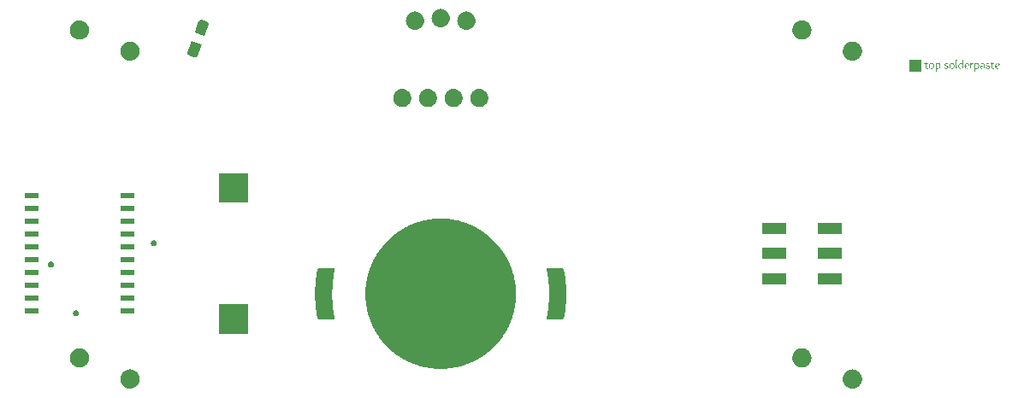
<source format=gtp>
G04                                                      *
G04 Greetings!                                           *
G04 This Gerber was generated by PCBmodE, an open source *
G04 PCB design software. Get it here:                    *
G04                                                      *
G04   http://pcbmode.com                                 *
G04                                                      *
G04 Also visit                                           *
G04                                                      *
G04   http://boldport.com                                *
G04                                                      *
G04 and follow @boldport / @pcbmode for updates!         *
G04                                                      *

G04 leading zeros omitted (L); absolute data (A); 6 integer digits and 6 fractional digits *
%FSLAX66Y66*%

G04 mode (MO): millimeters (MM) *
%MOMM*%

G04 Aperture definitions *
%ADD10C,0.001X*%
%ADD11C,0.001X*%

%LPD*%
G36*
G01X23050000Y-17050000D02*
G01X25950000Y-17050000D01*
G01X25950000Y-19950000D01*
G01X23050000Y-19950000D01*
G01X23050000Y-17050000D01*
G37*
G36*
G01X23050000Y-30050000D02*
G01X25950000Y-30050000D01*
G01X25950000Y-32950000D01*
G01X23050000Y-32950000D01*
G01X23050000Y-30050000D01*
G37*
G36*
G01X83500000Y-21950000D02*
G01X84650000Y-21950000D01*
G01X84650000Y-21950000D01*
G01X84685355Y-21964645D01*
G01X84700000Y-22000000D01*
G01X84700000Y-22000000D01*
G01X84700000Y-22500000D01*
G01X84700000Y-23000000D01*
G01X84700000Y-23000000D01*
G01X84685355Y-23035355D01*
G01X84650000Y-23050000D01*
G01X84650000Y-23050000D01*
G01X83500000Y-23050000D01*
G01X82350000Y-23050000D01*
G01X82350000Y-23050000D01*
G01X82314645Y-23035355D01*
G01X82300000Y-23000000D01*
G01X82300000Y-23000000D01*
G01X82300000Y-22500000D01*
G01X82300000Y-22000000D01*
G01X82300000Y-22000000D01*
G01X82314645Y-21964645D01*
G01X82350000Y-21950000D01*
G01X82350000Y-21950000D01*
G01X83500000Y-21950000D01*
G37*
G36*
G01X83500000Y-26950000D02*
G01X84650000Y-26950000D01*
G01X84650000Y-26950000D01*
G01X84685355Y-26964645D01*
G01X84700000Y-27000000D01*
G01X84700000Y-27000000D01*
G01X84700000Y-27500000D01*
G01X84700000Y-28000000D01*
G01X84700000Y-28000000D01*
G01X84685355Y-28035355D01*
G01X84650000Y-28050000D01*
G01X84650000Y-28050000D01*
G01X83500000Y-28050000D01*
G01X82350000Y-28050000D01*
G01X82350000Y-28050000D01*
G01X82314645Y-28035355D01*
G01X82300000Y-28000000D01*
G01X82300000Y-28000000D01*
G01X82300000Y-27500000D01*
G01X82300000Y-27000000D01*
G01X82300000Y-27000000D01*
G01X82314645Y-26964645D01*
G01X82350000Y-26950000D01*
G01X82350000Y-26950000D01*
G01X83500000Y-26950000D01*
G37*
G36*
G01X83500000Y-24450000D02*
G01X84650000Y-24450000D01*
G01X84650000Y-24450000D01*
G01X84685355Y-24464645D01*
G01X84700000Y-24500000D01*
G01X84700000Y-24500000D01*
G01X84700000Y-25000000D01*
G01X84700000Y-25500000D01*
G01X84700000Y-25500000D01*
G01X84685355Y-25535355D01*
G01X84650000Y-25550000D01*
G01X84650000Y-25550000D01*
G01X83500000Y-25550000D01*
G01X82350000Y-25550000D01*
G01X82350000Y-25550000D01*
G01X82314645Y-25535355D01*
G01X82300000Y-25500000D01*
G01X82300000Y-25500000D01*
G01X82300000Y-25000000D01*
G01X82300000Y-24500000D01*
G01X82300000Y-24500000D01*
G01X82314645Y-24464645D01*
G01X82350000Y-24450000D01*
G01X82350000Y-24450000D01*
G01X83500000Y-24450000D01*
G37*
G36*
G01X78000000Y-24450000D02*
G01X79150000Y-24450000D01*
G01X79150000Y-24450000D01*
G01X79185355Y-24464645D01*
G01X79200000Y-24500000D01*
G01X79200000Y-24500000D01*
G01X79200000Y-25000000D01*
G01X79200000Y-25500000D01*
G01X79200000Y-25500000D01*
G01X79185355Y-25535355D01*
G01X79150000Y-25550000D01*
G01X79150000Y-25550000D01*
G01X78000000Y-25550000D01*
G01X76850000Y-25550000D01*
G01X76850000Y-25550000D01*
G01X76814645Y-25535355D01*
G01X76800000Y-25500000D01*
G01X76800000Y-25500000D01*
G01X76800000Y-25000000D01*
G01X76800000Y-24500000D01*
G01X76800000Y-24500000D01*
G01X76814645Y-24464645D01*
G01X76850000Y-24450000D01*
G01X76850000Y-24450000D01*
G01X78000000Y-24450000D01*
G37*
G36*
G01X78000000Y-21950000D02*
G01X79150000Y-21950000D01*
G01X79150000Y-21950000D01*
G01X79185355Y-21964645D01*
G01X79200000Y-22000000D01*
G01X79200000Y-22000000D01*
G01X79200000Y-22500000D01*
G01X79200000Y-23000000D01*
G01X79200000Y-23000000D01*
G01X79185355Y-23035355D01*
G01X79150000Y-23050000D01*
G01X79150000Y-23050000D01*
G01X78000000Y-23050000D01*
G01X76850000Y-23050000D01*
G01X76850000Y-23050000D01*
G01X76814645Y-23035355D01*
G01X76800000Y-23000000D01*
G01X76800000Y-23000000D01*
G01X76800000Y-22500000D01*
G01X76800000Y-22000000D01*
G01X76800000Y-22000000D01*
G01X76814645Y-21964645D01*
G01X76850000Y-21950000D01*
G01X76850000Y-21950000D01*
G01X78000000Y-21950000D01*
G37*
G36*
G01X78000000Y-26950000D02*
G01X79150000Y-26950000D01*
G01X79150000Y-26950000D01*
G01X79185355Y-26964645D01*
G01X79200000Y-27000000D01*
G01X79200000Y-27000000D01*
G01X79200000Y-27500000D01*
G01X79200000Y-28000000D01*
G01X79200000Y-28000000D01*
G01X79185355Y-28035355D01*
G01X79150000Y-28050000D01*
G01X79150000Y-28050000D01*
G01X78000000Y-28050000D01*
G01X76850000Y-28050000D01*
G01X76850000Y-28050000D01*
G01X76814645Y-28035355D01*
G01X76800000Y-28000000D01*
G01X76800000Y-28000000D01*
G01X76800000Y-27500000D01*
G01X76800000Y-27000000D01*
G01X76800000Y-27000000D01*
G01X76814645Y-26964645D01*
G01X76850000Y-26950000D01*
G01X76850000Y-26950000D01*
G01X78000000Y-26950000D01*
G37*
G36*
G01X13300000Y-30465000D02*
G01X14700000Y-30465000D01*
G01X14700000Y-30965000D01*
G01X13300000Y-30965000D01*
G01X13300000Y-30465000D01*
G37*
G36*
G01X3800000Y-30465000D02*
G01X5200000Y-30465000D01*
G01X5200000Y-30965000D01*
G01X3800000Y-30965000D01*
G01X3800000Y-30465000D01*
G37*
G36*
G01X13300000Y-27925000D02*
G01X14700000Y-27925000D01*
G01X14700000Y-28425000D01*
G01X13300000Y-28425000D01*
G01X13300000Y-27925000D01*
G37*
G36*
G01X13300000Y-29195000D02*
G01X14700000Y-29195000D01*
G01X14700000Y-29695000D01*
G01X13300000Y-29695000D01*
G01X13300000Y-29195000D01*
G37*
G36*
G01X13300000Y-25385000D02*
G01X14700000Y-25385000D01*
G01X14700000Y-25885000D01*
G01X13300000Y-25885000D01*
G01X13300000Y-25385000D01*
G37*
G36*
G01X13300000Y-26655000D02*
G01X14700000Y-26655000D01*
G01X14700000Y-27155000D01*
G01X13300000Y-27155000D01*
G01X13300000Y-26655000D01*
G37*
G36*
G01X13300000Y-22845000D02*
G01X14700000Y-22845000D01*
G01X14700000Y-23345000D01*
G01X13300000Y-23345000D01*
G01X13300000Y-22845000D01*
G37*
G36*
G01X13300000Y-24115000D02*
G01X14700000Y-24115000D01*
G01X14700000Y-24615000D01*
G01X13300000Y-24615000D01*
G01X13300000Y-24115000D01*
G37*
G36*
G01X13300000Y-20305000D02*
G01X14700000Y-20305000D01*
G01X14700000Y-20805000D01*
G01X13300000Y-20805000D01*
G01X13300000Y-20305000D01*
G37*
G36*
G01X13300000Y-21575000D02*
G01X14700000Y-21575000D01*
G01X14700000Y-22075000D01*
G01X13300000Y-22075000D01*
G01X13300000Y-21575000D01*
G37*
G36*
G01X13300000Y-19035000D02*
G01X14700000Y-19035000D01*
G01X14700000Y-19535000D01*
G01X13300000Y-19535000D01*
G01X13300000Y-19035000D01*
G37*
G36*
G01X3800000Y-19035000D02*
G01X5200000Y-19035000D01*
G01X5200000Y-19535000D01*
G01X3800000Y-19535000D01*
G01X3800000Y-19035000D01*
G37*
G36*
G01X3800000Y-21575000D02*
G01X5200000Y-21575000D01*
G01X5200000Y-22075000D01*
G01X3800000Y-22075000D01*
G01X3800000Y-21575000D01*
G37*
G36*
G01X3800000Y-20305000D02*
G01X5200000Y-20305000D01*
G01X5200000Y-20805000D01*
G01X3800000Y-20805000D01*
G01X3800000Y-20305000D01*
G37*
G36*
G01X3800000Y-24115000D02*
G01X5200000Y-24115000D01*
G01X5200000Y-24615000D01*
G01X3800000Y-24615000D01*
G01X3800000Y-24115000D01*
G37*
G36*
G01X3800000Y-22845000D02*
G01X5200000Y-22845000D01*
G01X5200000Y-23345000D01*
G01X3800000Y-23345000D01*
G01X3800000Y-22845000D01*
G37*
G36*
G01X3800000Y-26655000D02*
G01X5200000Y-26655000D01*
G01X5200000Y-27155000D01*
G01X3800000Y-27155000D01*
G01X3800000Y-26655000D01*
G37*
G36*
G01X3800000Y-25385000D02*
G01X5200000Y-25385000D01*
G01X5200000Y-25885000D01*
G01X3800000Y-25885000D01*
G01X3800000Y-25385000D01*
G37*
G36*
G01X3800000Y-29195000D02*
G01X5200000Y-29195000D01*
G01X5200000Y-29695000D01*
G01X3800000Y-29695000D01*
G01X3800000Y-29195000D01*
G37*
G36*
G01X3800000Y-27925000D02*
G01X5200000Y-27925000D01*
G01X5200000Y-28425000D01*
G01X3800000Y-28425000D01*
G01X3800000Y-27925000D01*
G37*
G36*
G01X42460000Y-2827000D02*
G01X42460000Y-2827000D01*
G01X42519175Y-2825086D01*
G01X42577328Y-2819422D01*
G01X42634341Y-2810126D01*
G01X42690094Y-2797319D01*
G01X42744470Y-2781117D01*
G01X42797349Y-2761641D01*
G01X42848613Y-2739007D01*
G01X42898143Y-2713335D01*
G01X42945821Y-2684744D01*
G01X42991528Y-2653352D01*
G01X43035146Y-2619278D01*
G01X43076556Y-2582640D01*
G01X43115640Y-2543556D01*
G01X43152278Y-2502146D01*
G01X43186352Y-2458528D01*
G01X43217744Y-2412821D01*
G01X43246335Y-2365143D01*
G01X43272007Y-2315613D01*
G01X43294641Y-2264349D01*
G01X43314117Y-2211470D01*
G01X43330319Y-2157094D01*
G01X43343126Y-2101341D01*
G01X43352422Y-2044328D01*
G01X43358086Y-1986175D01*
G01X43360000Y-1927000D01*
G01X43360000Y-1927000D01*
G01X43360000Y-1927000D01*
G01X43358086Y-1867825D01*
G01X43352422Y-1809672D01*
G01X43343126Y-1752659D01*
G01X43330319Y-1696906D01*
G01X43314117Y-1642530D01*
G01X43294641Y-1589651D01*
G01X43272007Y-1538387D01*
G01X43246335Y-1488857D01*
G01X43217744Y-1441179D01*
G01X43186352Y-1395472D01*
G01X43152278Y-1351854D01*
G01X43115640Y-1310444D01*
G01X43076556Y-1271360D01*
G01X43035146Y-1234722D01*
G01X42991528Y-1200648D01*
G01X42945821Y-1169256D01*
G01X42898143Y-1140665D01*
G01X42848613Y-1114993D01*
G01X42797349Y-1092359D01*
G01X42744470Y-1072883D01*
G01X42690094Y-1056681D01*
G01X42634341Y-1043874D01*
G01X42577328Y-1034578D01*
G01X42519175Y-1028914D01*
G01X42460000Y-1027000D01*
G01X42460000Y-1027000D01*
G01X42460000Y-1027000D01*
G01X42400825Y-1028914D01*
G01X42342672Y-1034578D01*
G01X42285659Y-1043874D01*
G01X42229906Y-1056681D01*
G01X42175530Y-1072883D01*
G01X42122651Y-1092359D01*
G01X42071387Y-1114993D01*
G01X42021857Y-1140665D01*
G01X41974179Y-1169256D01*
G01X41928472Y-1200648D01*
G01X41884854Y-1234722D01*
G01X41843444Y-1271360D01*
G01X41804360Y-1310444D01*
G01X41767722Y-1351854D01*
G01X41733648Y-1395472D01*
G01X41702256Y-1441179D01*
G01X41673665Y-1488857D01*
G01X41647993Y-1538387D01*
G01X41625359Y-1589651D01*
G01X41605883Y-1642530D01*
G01X41589681Y-1696906D01*
G01X41576874Y-1752659D01*
G01X41567578Y-1809672D01*
G01X41561914Y-1867825D01*
G01X41560000Y-1927000D01*
G01X41560000Y-1927000D01*
G01X41560000Y-1927000D01*
G01X41561914Y-1986175D01*
G01X41567578Y-2044328D01*
G01X41576874Y-2101341D01*
G01X41589681Y-2157094D01*
G01X41605883Y-2211470D01*
G01X41625359Y-2264349D01*
G01X41647993Y-2315613D01*
G01X41673665Y-2365143D01*
G01X41702256Y-2412821D01*
G01X41733648Y-2458528D01*
G01X41767722Y-2502146D01*
G01X41804360Y-2543556D01*
G01X41843444Y-2582640D01*
G01X41884854Y-2619278D01*
G01X41928472Y-2653352D01*
G01X41974179Y-2684744D01*
G01X42021857Y-2713335D01*
G01X42071387Y-2739007D01*
G01X42122651Y-2761641D01*
G01X42175530Y-2781117D01*
G01X42229906Y-2797319D01*
G01X42285659Y-2810126D01*
G01X42342672Y-2819422D01*
G01X42400825Y-2825086D01*
G01X42460000Y-2827000D01*
G01X42460000Y-2827000D01*
G37*
G36*
G01X47540000Y-2827000D02*
G01X47540000Y-2827000D01*
G01X47599175Y-2825086D01*
G01X47657328Y-2819422D01*
G01X47714341Y-2810126D01*
G01X47770094Y-2797319D01*
G01X47824470Y-2781117D01*
G01X47877349Y-2761641D01*
G01X47928613Y-2739007D01*
G01X47978143Y-2713335D01*
G01X48025821Y-2684744D01*
G01X48071528Y-2653352D01*
G01X48115146Y-2619278D01*
G01X48156556Y-2582640D01*
G01X48195640Y-2543556D01*
G01X48232278Y-2502146D01*
G01X48266352Y-2458528D01*
G01X48297744Y-2412821D01*
G01X48326335Y-2365143D01*
G01X48352007Y-2315613D01*
G01X48374641Y-2264349D01*
G01X48394117Y-2211470D01*
G01X48410319Y-2157094D01*
G01X48423126Y-2101341D01*
G01X48432422Y-2044328D01*
G01X48438086Y-1986175D01*
G01X48440000Y-1927000D01*
G01X48440000Y-1927000D01*
G01X48440000Y-1927000D01*
G01X48438086Y-1867825D01*
G01X48432422Y-1809672D01*
G01X48423126Y-1752659D01*
G01X48410319Y-1696906D01*
G01X48394117Y-1642530D01*
G01X48374641Y-1589651D01*
G01X48352007Y-1538387D01*
G01X48326335Y-1488857D01*
G01X48297744Y-1441179D01*
G01X48266352Y-1395472D01*
G01X48232278Y-1351854D01*
G01X48195640Y-1310444D01*
G01X48156556Y-1271360D01*
G01X48115146Y-1234722D01*
G01X48071528Y-1200648D01*
G01X48025821Y-1169256D01*
G01X47978143Y-1140665D01*
G01X47928613Y-1114993D01*
G01X47877349Y-1092359D01*
G01X47824470Y-1072883D01*
G01X47770094Y-1056681D01*
G01X47714341Y-1043874D01*
G01X47657328Y-1034578D01*
G01X47599175Y-1028914D01*
G01X47540000Y-1027000D01*
G01X47540000Y-1027000D01*
G01X47540000Y-1027000D01*
G01X47480825Y-1028914D01*
G01X47422672Y-1034578D01*
G01X47365659Y-1043874D01*
G01X47309906Y-1056681D01*
G01X47255530Y-1072883D01*
G01X47202651Y-1092359D01*
G01X47151387Y-1114993D01*
G01X47101857Y-1140665D01*
G01X47054179Y-1169256D01*
G01X47008472Y-1200648D01*
G01X46964854Y-1234722D01*
G01X46923444Y-1271360D01*
G01X46884360Y-1310444D01*
G01X46847722Y-1351854D01*
G01X46813648Y-1395472D01*
G01X46782256Y-1441179D01*
G01X46753665Y-1488857D01*
G01X46727993Y-1538387D01*
G01X46705359Y-1589651D01*
G01X46685883Y-1642530D01*
G01X46669681Y-1696906D01*
G01X46656874Y-1752659D01*
G01X46647578Y-1809672D01*
G01X46641914Y-1867825D01*
G01X46640000Y-1927000D01*
G01X46640000Y-1927000D01*
G01X46640000Y-1927000D01*
G01X46641914Y-1986175D01*
G01X46647578Y-2044328D01*
G01X46656874Y-2101341D01*
G01X46669681Y-2157094D01*
G01X46685883Y-2211470D01*
G01X46705359Y-2264349D01*
G01X46727993Y-2315613D01*
G01X46753665Y-2365143D01*
G01X46782256Y-2412821D01*
G01X46813648Y-2458528D01*
G01X46847722Y-2502146D01*
G01X46884360Y-2543556D01*
G01X46923444Y-2582640D01*
G01X46964854Y-2619278D01*
G01X47008472Y-2653352D01*
G01X47054179Y-2684744D01*
G01X47101857Y-2713335D01*
G01X47151387Y-2739007D01*
G01X47202651Y-2761641D01*
G01X47255530Y-2781117D01*
G01X47309906Y-2797319D01*
G01X47365659Y-2810126D01*
G01X47422672Y-2819422D01*
G01X47480825Y-2825086D01*
G01X47540000Y-2827000D01*
G01X47540000Y-2827000D01*
G37*
G36*
G01X45000000Y-2573000D02*
G01X45000000Y-2573000D01*
G01X45059175Y-2571086D01*
G01X45117328Y-2565422D01*
G01X45174341Y-2556126D01*
G01X45230094Y-2543319D01*
G01X45284470Y-2527117D01*
G01X45337349Y-2507641D01*
G01X45388613Y-2485007D01*
G01X45438143Y-2459335D01*
G01X45485821Y-2430744D01*
G01X45531528Y-2399352D01*
G01X45575146Y-2365278D01*
G01X45616556Y-2328640D01*
G01X45655640Y-2289556D01*
G01X45692278Y-2248146D01*
G01X45726352Y-2204528D01*
G01X45757744Y-2158821D01*
G01X45786335Y-2111143D01*
G01X45812007Y-2061613D01*
G01X45834641Y-2010349D01*
G01X45854117Y-1957470D01*
G01X45870319Y-1903094D01*
G01X45883126Y-1847341D01*
G01X45892422Y-1790328D01*
G01X45898086Y-1732175D01*
G01X45900000Y-1673000D01*
G01X45900000Y-1673000D01*
G01X45900000Y-1673000D01*
G01X45898086Y-1613825D01*
G01X45892422Y-1555672D01*
G01X45883126Y-1498659D01*
G01X45870319Y-1442906D01*
G01X45854117Y-1388530D01*
G01X45834641Y-1335651D01*
G01X45812007Y-1284387D01*
G01X45786335Y-1234857D01*
G01X45757744Y-1187179D01*
G01X45726352Y-1141472D01*
G01X45692278Y-1097854D01*
G01X45655640Y-1056444D01*
G01X45616556Y-1017360D01*
G01X45575146Y-0980722D01*
G01X45531528Y-0946648D01*
G01X45485821Y-0915256D01*
G01X45438143Y-0886665D01*
G01X45388613Y-0860993D01*
G01X45337349Y-0838359D01*
G01X45284470Y-0818883D01*
G01X45230094Y-0802681D01*
G01X45174341Y-0789874D01*
G01X45117328Y-0780578D01*
G01X45059175Y-0774914D01*
G01X45000000Y-0773000D01*
G01X45000000Y-0773000D01*
G01X45000000Y-0773000D01*
G01X44940825Y-0774914D01*
G01X44882672Y-0780578D01*
G01X44825659Y-0789874D01*
G01X44769906Y-0802681D01*
G01X44715530Y-0818883D01*
G01X44662651Y-0838359D01*
G01X44611387Y-0860993D01*
G01X44561857Y-0886665D01*
G01X44514179Y-0915256D01*
G01X44468472Y-0946648D01*
G01X44424854Y-0980722D01*
G01X44383444Y-1017360D01*
G01X44344360Y-1056444D01*
G01X44307722Y-1097854D01*
G01X44273648Y-1141472D01*
G01X44242256Y-1187179D01*
G01X44213665Y-1234857D01*
G01X44187993Y-1284387D01*
G01X44165359Y-1335651D01*
G01X44145883Y-1388530D01*
G01X44129681Y-1442906D01*
G01X44116874Y-1498659D01*
G01X44107578Y-1555672D01*
G01X44101914Y-1613825D01*
G01X44100000Y-1673000D01*
G01X44100000Y-1673000D01*
G01X44100000Y-1673000D01*
G01X44101914Y-1732175D01*
G01X44107578Y-1790328D01*
G01X44116874Y-1847341D01*
G01X44129681Y-1903094D01*
G01X44145883Y-1957470D01*
G01X44165359Y-2010349D01*
G01X44187993Y-2061613D01*
G01X44213665Y-2111143D01*
G01X44242256Y-2158821D01*
G01X44273648Y-2204528D01*
G01X44307722Y-2248146D01*
G01X44344360Y-2289556D01*
G01X44383444Y-2328640D01*
G01X44424854Y-2365278D01*
G01X44468472Y-2399352D01*
G01X44514179Y-2430744D01*
G01X44561857Y-2459335D01*
G01X44611387Y-2485007D01*
G01X44662651Y-2507641D01*
G01X44715530Y-2527117D01*
G01X44769906Y-2543319D01*
G01X44825659Y-2556126D01*
G01X44882672Y-2565422D01*
G01X44940825Y-2571086D01*
G01X45000000Y-2573000D01*
G01X45000000Y-2573000D01*
G37*
G36*
G01X80750000Y-36300000D02*
G01X80750000Y-36300000D01*
G01X80812463Y-36297979D01*
G01X80873847Y-36292001D01*
G01X80934027Y-36282189D01*
G01X80992877Y-36268670D01*
G01X81050273Y-36251568D01*
G01X81106090Y-36231010D01*
G01X81160202Y-36207119D01*
G01X81212484Y-36180021D01*
G01X81262811Y-36149841D01*
G01X81311058Y-36116705D01*
G01X81357099Y-36080738D01*
G01X81400809Y-36042064D01*
G01X81442064Y-36000809D01*
G01X81480738Y-35957099D01*
G01X81516705Y-35911058D01*
G01X81549841Y-35862811D01*
G01X81580021Y-35812484D01*
G01X81607119Y-35760202D01*
G01X81631010Y-35706090D01*
G01X81651568Y-35650273D01*
G01X81668670Y-35592877D01*
G01X81682189Y-35534027D01*
G01X81692001Y-35473847D01*
G01X81697979Y-35412463D01*
G01X81700000Y-35350000D01*
G01X81700000Y-35350000D01*
G01X81700000Y-35350000D01*
G01X81697979Y-35287537D01*
G01X81692001Y-35226153D01*
G01X81682189Y-35165973D01*
G01X81668670Y-35107123D01*
G01X81651568Y-35049727D01*
G01X81631010Y-34993910D01*
G01X81607119Y-34939798D01*
G01X81580021Y-34887516D01*
G01X81549841Y-34837189D01*
G01X81516705Y-34788942D01*
G01X81480738Y-34742901D01*
G01X81442064Y-34699191D01*
G01X81400809Y-34657936D01*
G01X81357099Y-34619262D01*
G01X81311058Y-34583295D01*
G01X81262811Y-34550159D01*
G01X81212484Y-34519979D01*
G01X81160202Y-34492881D01*
G01X81106090Y-34468990D01*
G01X81050273Y-34448432D01*
G01X80992877Y-34431330D01*
G01X80934027Y-34417811D01*
G01X80873847Y-34407999D01*
G01X80812463Y-34402021D01*
G01X80750000Y-34400000D01*
G01X80750000Y-34400000D01*
G01X80750000Y-34400000D01*
G01X80687537Y-34402021D01*
G01X80626153Y-34407999D01*
G01X80565973Y-34417811D01*
G01X80507123Y-34431330D01*
G01X80449727Y-34448432D01*
G01X80393910Y-34468990D01*
G01X80339798Y-34492881D01*
G01X80287516Y-34519979D01*
G01X80237189Y-34550159D01*
G01X80188942Y-34583295D01*
G01X80142901Y-34619262D01*
G01X80099191Y-34657936D01*
G01X80057936Y-34699191D01*
G01X80019262Y-34742901D01*
G01X79983295Y-34788942D01*
G01X79950159Y-34837189D01*
G01X79919979Y-34887516D01*
G01X79892881Y-34939798D01*
G01X79868990Y-34993910D01*
G01X79848432Y-35049727D01*
G01X79831330Y-35107123D01*
G01X79817811Y-35165973D01*
G01X79807999Y-35226153D01*
G01X79802021Y-35287537D01*
G01X79800000Y-35350000D01*
G01X79800000Y-35350000D01*
G01X79800000Y-35350000D01*
G01X79802021Y-35412463D01*
G01X79807999Y-35473847D01*
G01X79817811Y-35534027D01*
G01X79831330Y-35592877D01*
G01X79848432Y-35650273D01*
G01X79868990Y-35706090D01*
G01X79892881Y-35760202D01*
G01X79919979Y-35812484D01*
G01X79950159Y-35862811D01*
G01X79983295Y-35911058D01*
G01X80019262Y-35957099D01*
G01X80057936Y-36000809D01*
G01X80099191Y-36042064D01*
G01X80142901Y-36080738D01*
G01X80188942Y-36116705D01*
G01X80237189Y-36149841D01*
G01X80287516Y-36180021D01*
G01X80339798Y-36207119D01*
G01X80393910Y-36231010D01*
G01X80449727Y-36251568D01*
G01X80507123Y-36268670D01*
G01X80565973Y-36282189D01*
G01X80626153Y-36292001D01*
G01X80687537Y-36297979D01*
G01X80750000Y-36300000D01*
G01X80750000Y-36300000D01*
G37*
G36*
G01X85750000Y-38400000D02*
G01X85750000Y-38400000D01*
G01X85812463Y-38397979D01*
G01X85873847Y-38392001D01*
G01X85934027Y-38382189D01*
G01X85992877Y-38368670D01*
G01X86050273Y-38351568D01*
G01X86106090Y-38331010D01*
G01X86160202Y-38307119D01*
G01X86212484Y-38280021D01*
G01X86262811Y-38249841D01*
G01X86311058Y-38216705D01*
G01X86357099Y-38180738D01*
G01X86400809Y-38142064D01*
G01X86442064Y-38100809D01*
G01X86480738Y-38057099D01*
G01X86516705Y-38011058D01*
G01X86549841Y-37962811D01*
G01X86580021Y-37912484D01*
G01X86607119Y-37860202D01*
G01X86631010Y-37806090D01*
G01X86651568Y-37750273D01*
G01X86668670Y-37692877D01*
G01X86682189Y-37634027D01*
G01X86692001Y-37573847D01*
G01X86697979Y-37512463D01*
G01X86700000Y-37450000D01*
G01X86700000Y-37450000D01*
G01X86700000Y-37450000D01*
G01X86697979Y-37387537D01*
G01X86692001Y-37326153D01*
G01X86682189Y-37265973D01*
G01X86668670Y-37207123D01*
G01X86651568Y-37149727D01*
G01X86631010Y-37093910D01*
G01X86607119Y-37039798D01*
G01X86580021Y-36987516D01*
G01X86549841Y-36937189D01*
G01X86516705Y-36888942D01*
G01X86480738Y-36842901D01*
G01X86442064Y-36799191D01*
G01X86400809Y-36757936D01*
G01X86357099Y-36719262D01*
G01X86311058Y-36683295D01*
G01X86262811Y-36650159D01*
G01X86212484Y-36619979D01*
G01X86160202Y-36592881D01*
G01X86106090Y-36568990D01*
G01X86050273Y-36548432D01*
G01X85992877Y-36531330D01*
G01X85934027Y-36517811D01*
G01X85873847Y-36507999D01*
G01X85812463Y-36502021D01*
G01X85750000Y-36500000D01*
G01X85750000Y-36500000D01*
G01X85750000Y-36500000D01*
G01X85687537Y-36502021D01*
G01X85626153Y-36507999D01*
G01X85565973Y-36517811D01*
G01X85507123Y-36531330D01*
G01X85449727Y-36548432D01*
G01X85393910Y-36568990D01*
G01X85339798Y-36592881D01*
G01X85287516Y-36619979D01*
G01X85237189Y-36650159D01*
G01X85188942Y-36683295D01*
G01X85142901Y-36719262D01*
G01X85099191Y-36757936D01*
G01X85057936Y-36799191D01*
G01X85019262Y-36842901D01*
G01X84983295Y-36888942D01*
G01X84950159Y-36937189D01*
G01X84919979Y-36987516D01*
G01X84892881Y-37039798D01*
G01X84868990Y-37093910D01*
G01X84848432Y-37149727D01*
G01X84831330Y-37207123D01*
G01X84817811Y-37265973D01*
G01X84807999Y-37326153D01*
G01X84802021Y-37387537D01*
G01X84800000Y-37450000D01*
G01X84800000Y-37450000D01*
G01X84800000Y-37450000D01*
G01X84802021Y-37512463D01*
G01X84807999Y-37573847D01*
G01X84817811Y-37634027D01*
G01X84831330Y-37692877D01*
G01X84848432Y-37750273D01*
G01X84868990Y-37806090D01*
G01X84892881Y-37860202D01*
G01X84919979Y-37912484D01*
G01X84950159Y-37962811D01*
G01X84983295Y-38011058D01*
G01X85019262Y-38057099D01*
G01X85057936Y-38100809D01*
G01X85099191Y-38142064D01*
G01X85142901Y-38180738D01*
G01X85188942Y-38216705D01*
G01X85237189Y-38249841D01*
G01X85287516Y-38280021D01*
G01X85339798Y-38307119D01*
G01X85393910Y-38331010D01*
G01X85449727Y-38351568D01*
G01X85507123Y-38368670D01*
G01X85565973Y-38382189D01*
G01X85626153Y-38392001D01*
G01X85687537Y-38397979D01*
G01X85750000Y-38400000D01*
G01X85750000Y-38400000D01*
G37*
G36*
G01X56312588Y-31523956D02*
G01X55468454Y-31523480D01*
G01X55468454Y-31523480D01*
G01X55478682Y-31479650D01*
G01X55488721Y-31434949D01*
G01X55498571Y-31389410D01*
G01X55508229Y-31343066D01*
G01X55517697Y-31295951D01*
G01X55526972Y-31248100D01*
G01X55536054Y-31199545D01*
G01X55544943Y-31150321D01*
G01X55553638Y-31100461D01*
G01X55562138Y-31049999D01*
G01X55570442Y-30998969D01*
G01X55578550Y-30947404D01*
G01X55586460Y-30895339D01*
G01X55594173Y-30842806D01*
G01X55601687Y-30789840D01*
G01X55609002Y-30736475D01*
G01X55616117Y-30682743D01*
G01X55623032Y-30628680D01*
G01X55629745Y-30574318D01*
G01X55636255Y-30519692D01*
G01X55642563Y-30464835D01*
G01X55648668Y-30409780D01*
G01X55654568Y-30354562D01*
G01X55660263Y-30299215D01*
G01X55665752Y-30243771D01*
G01X55671035Y-30188265D01*
G01X55676111Y-30132731D01*
G01X55680978Y-30077202D01*
G01X55685638Y-30021712D01*
G01X55690087Y-29966295D01*
G01X55694327Y-29910984D01*
G01X55698356Y-29855813D01*
G01X55702174Y-29800816D01*
G01X55705779Y-29746027D01*
G01X55709172Y-29691479D01*
G01X55712351Y-29637207D01*
G01X55715315Y-29583243D01*
G01X55718064Y-29529622D01*
G01X55720598Y-29476377D01*
G01X55722915Y-29423542D01*
G01X55725015Y-29371151D01*
G01X55726896Y-29319238D01*
G01X55728560Y-29267836D01*
G01X55730003Y-29216979D01*
G01X55731227Y-29166700D01*
G01X55732230Y-29117034D01*
G01X55733011Y-29068015D01*
G01X55733570Y-29019675D01*
G01X55733906Y-28972049D01*
G01X55734018Y-28925170D01*
G01X55734018Y-28925170D01*
G01X55734018Y-28925170D01*
G01X55733907Y-28878508D01*
G01X55733575Y-28831439D01*
G01X55733022Y-28783982D01*
G01X55732250Y-28736157D01*
G01X55731258Y-28687983D01*
G01X55730047Y-28639481D01*
G01X55728618Y-28590668D01*
G01X55726972Y-28541566D01*
G01X55725109Y-28492194D01*
G01X55723030Y-28442571D01*
G01X55720735Y-28392716D01*
G01X55718226Y-28342650D01*
G01X55715502Y-28292392D01*
G01X55712565Y-28241961D01*
G01X55709414Y-28191377D01*
G01X55706051Y-28140660D01*
G01X55702477Y-28089829D01*
G01X55698691Y-28038903D01*
G01X55694695Y-27987903D01*
G01X55690489Y-27936847D01*
G01X55686073Y-27885756D01*
G01X55681449Y-27834649D01*
G01X55676618Y-27783545D01*
G01X55671578Y-27732464D01*
G01X55666333Y-27681426D01*
G01X55660880Y-27630450D01*
G01X55655223Y-27579556D01*
G01X55649361Y-27528763D01*
G01X55643294Y-27478091D01*
G01X55637024Y-27427559D01*
G01X55630551Y-27377187D01*
G01X55623876Y-27326994D01*
G01X55616999Y-27277001D01*
G01X55609921Y-27227226D01*
G01X55602643Y-27177689D01*
G01X55595165Y-27128410D01*
G01X55587487Y-27079409D01*
G01X55579612Y-27030704D01*
G01X55571538Y-26982316D01*
G01X55563267Y-26934263D01*
G01X55554799Y-26886566D01*
G01X55546136Y-26839244D01*
G01X55537277Y-26792317D01*
G01X55528223Y-26745804D01*
G01X55518975Y-26699725D01*
G01X55509534Y-26654099D01*
G01X55499900Y-26608946D01*
G01X55490074Y-26564285D01*
G01X55480056Y-26520137D01*
G01X55469847Y-26476519D01*
G01X55469847Y-26476519D01*
G01X56312588Y-26476043D01*
G01X57004639Y-26476519D01*
G01X57004639Y-26476519D01*
G01X57002731Y-26476996D01*
G01X57002731Y-26476996D01*
G01X57002731Y-26476996D01*
G01X57040440Y-26480727D01*
G01X57076451Y-26491283D01*
G01X57109118Y-26507902D01*
G01X57109118Y-26507902D01*
G01X57141315Y-26527717D01*
G01X57172851Y-26558575D01*
G01X57195278Y-26609539D01*
G01X57195278Y-26609539D01*
G01X57208792Y-26671505D01*
G01X57221935Y-26734618D01*
G01X57234706Y-26798814D01*
G01X57247100Y-26864027D01*
G01X57259117Y-26930192D01*
G01X57270752Y-26997243D01*
G01X57282004Y-27065114D01*
G01X57292870Y-27133741D01*
G01X57303348Y-27203057D01*
G01X57313434Y-27272998D01*
G01X57323126Y-27343497D01*
G01X57332422Y-27414490D01*
G01X57341319Y-27485910D01*
G01X57349815Y-27557692D01*
G01X57357907Y-27629772D01*
G01X57365592Y-27702083D01*
G01X57372867Y-27774559D01*
G01X57379731Y-27847136D01*
G01X57386181Y-27919748D01*
G01X57392213Y-27992330D01*
G01X57397826Y-28064815D01*
G01X57403017Y-28137139D01*
G01X57407783Y-28209236D01*
G01X57412122Y-28281040D01*
G01X57416032Y-28352487D01*
G01X57419508Y-28423510D01*
G01X57422550Y-28494044D01*
G01X57425154Y-28564023D01*
G01X57427318Y-28633383D01*
G01X57429040Y-28702058D01*
G01X57430316Y-28769981D01*
G01X57431144Y-28837089D01*
G01X57431521Y-28903314D01*
G01X57431547Y-28925182D01*
G01X57431547Y-28925182D01*
G01X57431487Y-28968972D01*
G01X57431307Y-29013508D01*
G01X57431002Y-29058757D01*
G01X57430567Y-29104687D01*
G01X57429999Y-29151263D01*
G01X57429292Y-29198452D01*
G01X57428443Y-29246222D01*
G01X57427447Y-29294539D01*
G01X57426301Y-29343370D01*
G01X57424999Y-29392681D01*
G01X57423537Y-29442440D01*
G01X57421912Y-29492613D01*
G01X57420119Y-29543167D01*
G01X57418153Y-29594069D01*
G01X57416010Y-29645286D01*
G01X57413686Y-29696784D01*
G01X57411177Y-29748529D01*
G01X57408478Y-29800490D01*
G01X57405585Y-29852633D01*
G01X57402494Y-29904924D01*
G01X57399200Y-29957330D01*
G01X57395699Y-30009818D01*
G01X57391987Y-30062355D01*
G01X57388060Y-30114908D01*
G01X57383912Y-30167443D01*
G01X57379541Y-30219927D01*
G01X57374941Y-30272327D01*
G01X57370109Y-30324609D01*
G01X57365039Y-30376742D01*
G01X57359728Y-30428690D01*
G01X57354172Y-30480422D01*
G01X57348365Y-30531903D01*
G01X57342305Y-30583101D01*
G01X57335986Y-30633982D01*
G01X57329404Y-30684514D01*
G01X57322555Y-30734662D01*
G01X57315434Y-30784395D01*
G01X57308038Y-30833677D01*
G01X57300362Y-30882477D01*
G01X57292401Y-30930761D01*
G01X57284152Y-30978496D01*
G01X57275610Y-31025649D01*
G01X57266770Y-31072186D01*
G01X57257629Y-31118074D01*
G01X57248183Y-31163280D01*
G01X57238426Y-31207771D01*
G01X57228354Y-31251514D01*
G01X57217964Y-31294475D01*
G01X57207251Y-31336621D01*
G01X57196210Y-31377918D01*
G01X57196210Y-31377918D01*
G01X57196210Y-31377918D01*
G01X57181016Y-31418384D01*
G01X57156968Y-31464031D01*
G01X57131099Y-31497446D01*
G01X57131099Y-31497446D01*
G01X57091701Y-31515900D01*
G01X57045611Y-31521924D01*
G01X57014362Y-31523483D01*
G37*
G36*
G01X33687412Y-26476044D02*
G01X34531546Y-26476520D01*
G01X34531546Y-26476520D01*
G01X34521318Y-26520350D01*
G01X34511279Y-26565051D01*
G01X34501429Y-26610590D01*
G01X34491771Y-26656934D01*
G01X34482303Y-26704049D01*
G01X34473028Y-26751900D01*
G01X34463946Y-26800455D01*
G01X34455057Y-26849679D01*
G01X34446362Y-26899539D01*
G01X34437862Y-26950001D01*
G01X34429558Y-27001031D01*
G01X34421450Y-27052596D01*
G01X34413540Y-27104661D01*
G01X34405827Y-27157194D01*
G01X34398313Y-27210160D01*
G01X34390998Y-27263525D01*
G01X34383883Y-27317257D01*
G01X34376968Y-27371320D01*
G01X34370255Y-27425682D01*
G01X34363745Y-27480308D01*
G01X34357437Y-27535165D01*
G01X34351332Y-27590220D01*
G01X34345432Y-27645438D01*
G01X34339737Y-27700785D01*
G01X34334248Y-27756229D01*
G01X34328965Y-27811735D01*
G01X34323889Y-27867269D01*
G01X34319022Y-27922798D01*
G01X34314362Y-27978288D01*
G01X34309913Y-28033705D01*
G01X34305673Y-28089016D01*
G01X34301644Y-28144187D01*
G01X34297826Y-28199184D01*
G01X34294221Y-28253973D01*
G01X34290828Y-28308521D01*
G01X34287649Y-28362793D01*
G01X34284685Y-28416757D01*
G01X34281936Y-28470378D01*
G01X34279402Y-28523623D01*
G01X34277085Y-28576458D01*
G01X34274985Y-28628849D01*
G01X34273104Y-28680762D01*
G01X34271440Y-28732164D01*
G01X34269997Y-28783021D01*
G01X34268773Y-28833300D01*
G01X34267770Y-28882966D01*
G01X34266989Y-28931985D01*
G01X34266430Y-28980325D01*
G01X34266094Y-29027951D01*
G01X34265982Y-29074830D01*
G01X34265982Y-29074830D01*
G01X34265982Y-29074830D01*
G01X34266093Y-29121492D01*
G01X34266425Y-29168561D01*
G01X34266978Y-29216018D01*
G01X34267750Y-29263843D01*
G01X34268742Y-29312017D01*
G01X34269953Y-29360519D01*
G01X34271382Y-29409332D01*
G01X34273028Y-29458434D01*
G01X34274891Y-29507806D01*
G01X34276970Y-29557429D01*
G01X34279265Y-29607284D01*
G01X34281774Y-29657350D01*
G01X34284498Y-29707608D01*
G01X34287435Y-29758039D01*
G01X34290586Y-29808623D01*
G01X34293949Y-29859340D01*
G01X34297523Y-29910171D01*
G01X34301309Y-29961097D01*
G01X34305305Y-30012097D01*
G01X34309511Y-30063153D01*
G01X34313927Y-30114244D01*
G01X34318551Y-30165351D01*
G01X34323382Y-30216455D01*
G01X34328422Y-30267536D01*
G01X34333667Y-30318574D01*
G01X34339120Y-30369550D01*
G01X34344777Y-30420444D01*
G01X34350639Y-30471237D01*
G01X34356706Y-30521909D01*
G01X34362976Y-30572441D01*
G01X34369449Y-30622813D01*
G01X34376124Y-30673006D01*
G01X34383001Y-30722999D01*
G01X34390079Y-30772774D01*
G01X34397357Y-30822311D01*
G01X34404835Y-30871590D01*
G01X34412513Y-30920591D01*
G01X34420388Y-30969296D01*
G01X34428462Y-31017684D01*
G01X34436733Y-31065737D01*
G01X34445201Y-31113434D01*
G01X34453864Y-31160756D01*
G01X34462723Y-31207683D01*
G01X34471777Y-31254196D01*
G01X34481025Y-31300275D01*
G01X34490466Y-31345901D01*
G01X34500100Y-31391054D01*
G01X34509926Y-31435715D01*
G01X34519944Y-31479863D01*
G01X34530153Y-31523481D01*
G01X34530153Y-31523481D01*
G01X33687412Y-31523957D01*
G01X32995361Y-31523481D01*
G01X32995361Y-31523481D01*
G01X32997269Y-31523004D01*
G01X32997269Y-31523004D01*
G01X32997269Y-31523004D01*
G01X32959560Y-31519273D01*
G01X32923549Y-31508717D01*
G01X32890882Y-31492098D01*
G01X32890882Y-31492098D01*
G01X32858685Y-31472283D01*
G01X32827149Y-31441425D01*
G01X32804722Y-31390461D01*
G01X32804722Y-31390461D01*
G01X32791208Y-31328495D01*
G01X32778065Y-31265382D01*
G01X32765294Y-31201186D01*
G01X32752900Y-31135973D01*
G01X32740883Y-31069808D01*
G01X32729248Y-31002757D01*
G01X32717996Y-30934886D01*
G01X32707130Y-30866259D01*
G01X32696652Y-30796943D01*
G01X32686566Y-30727002D01*
G01X32676874Y-30656503D01*
G01X32667578Y-30585510D01*
G01X32658681Y-30514090D01*
G01X32650185Y-30442308D01*
G01X32642093Y-30370228D01*
G01X32634408Y-30297917D01*
G01X32627133Y-30225441D01*
G01X32620269Y-30152864D01*
G01X32613819Y-30080252D01*
G01X32607787Y-30007670D01*
G01X32602174Y-29935185D01*
G01X32596983Y-29862861D01*
G01X32592217Y-29790764D01*
G01X32587878Y-29718960D01*
G01X32583968Y-29647513D01*
G01X32580492Y-29576490D01*
G01X32577450Y-29505956D01*
G01X32574846Y-29435977D01*
G01X32572682Y-29366617D01*
G01X32570960Y-29297942D01*
G01X32569684Y-29230019D01*
G01X32568856Y-29162911D01*
G01X32568479Y-29096686D01*
G01X32568453Y-29074818D01*
G01X32568453Y-29074818D01*
G01X32568513Y-29031028D01*
G01X32568693Y-28986492D01*
G01X32568998Y-28941243D01*
G01X32569433Y-28895313D01*
G01X32570001Y-28848737D01*
G01X32570708Y-28801548D01*
G01X32571557Y-28753778D01*
G01X32572553Y-28705461D01*
G01X32573699Y-28656630D01*
G01X32575001Y-28607319D01*
G01X32576463Y-28557560D01*
G01X32578088Y-28507387D01*
G01X32579881Y-28456833D01*
G01X32581847Y-28405931D01*
G01X32583990Y-28354714D01*
G01X32586314Y-28303216D01*
G01X32588823Y-28251471D01*
G01X32591522Y-28199510D01*
G01X32594415Y-28147367D01*
G01X32597506Y-28095076D01*
G01X32600800Y-28042670D01*
G01X32604301Y-27990182D01*
G01X32608013Y-27937645D01*
G01X32611940Y-27885092D01*
G01X32616088Y-27832557D01*
G01X32620459Y-27780073D01*
G01X32625059Y-27727673D01*
G01X32629891Y-27675391D01*
G01X32634961Y-27623258D01*
G01X32640272Y-27571310D01*
G01X32645828Y-27519578D01*
G01X32651635Y-27468097D01*
G01X32657695Y-27416899D01*
G01X32664014Y-27366018D01*
G01X32670596Y-27315486D01*
G01X32677445Y-27265338D01*
G01X32684566Y-27215605D01*
G01X32691962Y-27166323D01*
G01X32699638Y-27117523D01*
G01X32707599Y-27069239D01*
G01X32715848Y-27021504D01*
G01X32724390Y-26974351D01*
G01X32733230Y-26927814D01*
G01X32742371Y-26881926D01*
G01X32751817Y-26836720D01*
G01X32761574Y-26792229D01*
G01X32771646Y-26748486D01*
G01X32782036Y-26705525D01*
G01X32792749Y-26663379D01*
G01X32803790Y-26622082D01*
G01X32803790Y-26622082D01*
G01X32803790Y-26622082D01*
G01X32818984Y-26581616D01*
G01X32843032Y-26535969D01*
G01X32868901Y-26502554D01*
G01X32868901Y-26502554D01*
G01X32908299Y-26484100D01*
G01X32954389Y-26478076D01*
G01X32985638Y-26476517D01*
G37*
G36*
G01X45000000Y-36450000D02*
G01X45000000Y-36450000D01*
G01X45123199Y-36449002D01*
G01X45245916Y-36446018D01*
G01X45368134Y-36441063D01*
G01X45489840Y-36434153D01*
G01X45611016Y-36425303D01*
G01X45731648Y-36414529D01*
G01X45851721Y-36401845D01*
G01X45971219Y-36387268D01*
G01X46090126Y-36370812D01*
G01X46208429Y-36352492D01*
G01X46326110Y-36332325D01*
G01X46443156Y-36310325D01*
G01X46559549Y-36286508D01*
G01X46675276Y-36260889D01*
G01X46790321Y-36233483D01*
G01X46904669Y-36204306D01*
G01X47018303Y-36173374D01*
G01X47131209Y-36140701D01*
G01X47243372Y-36106302D01*
G01X47354776Y-36070194D01*
G01X47465406Y-36032391D01*
G01X47575246Y-35992909D01*
G01X47684282Y-35951764D01*
G01X47792497Y-35908969D01*
G01X47899876Y-35864542D01*
G01X48006405Y-35818497D01*
G01X48112067Y-35770849D01*
G01X48216848Y-35721614D01*
G01X48320732Y-35670808D01*
G01X48423704Y-35618445D01*
G01X48525748Y-35564540D01*
G01X48626849Y-35509110D01*
G01X48726992Y-35452170D01*
G01X48826162Y-35393734D01*
G01X48924342Y-35333819D01*
G01X49021518Y-35272439D01*
G01X49117675Y-35209610D01*
G01X49212796Y-35145347D01*
G01X49306868Y-35079666D01*
G01X49399873Y-35012582D01*
G01X49491798Y-34944110D01*
G01X49582626Y-34874266D01*
G01X49672343Y-34803065D01*
G01X49760933Y-34730521D01*
G01X49848380Y-34656652D01*
G01X49934670Y-34581471D01*
G01X50019787Y-34504995D01*
G01X50103715Y-34427239D01*
G01X50186440Y-34348217D01*
G01X50267946Y-34267946D01*
G01X50348217Y-34186440D01*
G01X50427239Y-34103715D01*
G01X50504995Y-34019787D01*
G01X50581471Y-33934670D01*
G01X50656652Y-33848380D01*
G01X50730521Y-33760933D01*
G01X50803065Y-33672343D01*
G01X50874266Y-33582626D01*
G01X50944110Y-33491798D01*
G01X51012582Y-33399873D01*
G01X51079666Y-33306868D01*
G01X51145347Y-33212796D01*
G01X51209610Y-33117675D01*
G01X51272439Y-33021518D01*
G01X51333819Y-32924342D01*
G01X51393734Y-32826162D01*
G01X51452170Y-32726992D01*
G01X51509110Y-32626849D01*
G01X51564540Y-32525748D01*
G01X51618445Y-32423704D01*
G01X51670808Y-32320732D01*
G01X51721614Y-32216848D01*
G01X51770849Y-32112067D01*
G01X51818497Y-32006405D01*
G01X51864542Y-31899876D01*
G01X51908969Y-31792497D01*
G01X51951764Y-31684282D01*
G01X51992909Y-31575246D01*
G01X52032391Y-31465406D01*
G01X52070194Y-31354776D01*
G01X52106302Y-31243372D01*
G01X52140701Y-31131209D01*
G01X52173374Y-31018303D01*
G01X52204306Y-30904669D01*
G01X52233483Y-30790321D01*
G01X52260889Y-30675276D01*
G01X52286508Y-30559549D01*
G01X52310325Y-30443156D01*
G01X52332325Y-30326110D01*
G01X52352492Y-30208429D01*
G01X52370812Y-30090126D01*
G01X52387268Y-29971219D01*
G01X52401845Y-29851721D01*
G01X52414529Y-29731648D01*
G01X52425303Y-29611016D01*
G01X52434153Y-29489840D01*
G01X52441063Y-29368134D01*
G01X52446018Y-29245916D01*
G01X52449002Y-29123199D01*
G01X52450000Y-29000000D01*
G01X52450000Y-29000000D01*
G01X52450000Y-29000000D01*
G01X52449002Y-28876801D01*
G01X52446018Y-28754084D01*
G01X52441063Y-28631866D01*
G01X52434153Y-28510160D01*
G01X52425303Y-28388984D01*
G01X52414529Y-28268352D01*
G01X52401845Y-28148279D01*
G01X52387268Y-28028781D01*
G01X52370812Y-27909874D01*
G01X52352492Y-27791571D01*
G01X52332325Y-27673890D01*
G01X52310325Y-27556844D01*
G01X52286508Y-27440451D01*
G01X52260889Y-27324724D01*
G01X52233483Y-27209679D01*
G01X52204306Y-27095331D01*
G01X52173374Y-26981697D01*
G01X52140701Y-26868791D01*
G01X52106302Y-26756628D01*
G01X52070194Y-26645224D01*
G01X52032391Y-26534594D01*
G01X51992909Y-26424754D01*
G01X51951764Y-26315718D01*
G01X51908969Y-26207503D01*
G01X51864542Y-26100124D01*
G01X51818497Y-25993595D01*
G01X51770849Y-25887933D01*
G01X51721614Y-25783152D01*
G01X51670808Y-25679268D01*
G01X51618445Y-25576296D01*
G01X51564540Y-25474252D01*
G01X51509110Y-25373151D01*
G01X51452170Y-25273008D01*
G01X51393734Y-25173838D01*
G01X51333819Y-25075658D01*
G01X51272439Y-24978482D01*
G01X51209610Y-24882325D01*
G01X51145347Y-24787204D01*
G01X51079666Y-24693132D01*
G01X51012582Y-24600127D01*
G01X50944110Y-24508202D01*
G01X50874266Y-24417374D01*
G01X50803065Y-24327657D01*
G01X50730521Y-24239067D01*
G01X50656652Y-24151620D01*
G01X50581471Y-24065330D01*
G01X50504995Y-23980213D01*
G01X50427239Y-23896285D01*
G01X50348217Y-23813560D01*
G01X50267946Y-23732054D01*
G01X50186440Y-23651783D01*
G01X50103715Y-23572761D01*
G01X50019787Y-23495005D01*
G01X49934670Y-23418529D01*
G01X49848380Y-23343348D01*
G01X49760933Y-23269479D01*
G01X49672343Y-23196935D01*
G01X49582626Y-23125734D01*
G01X49491798Y-23055890D01*
G01X49399873Y-22987418D01*
G01X49306868Y-22920334D01*
G01X49212796Y-22854653D01*
G01X49117675Y-22790390D01*
G01X49021518Y-22727561D01*
G01X48924342Y-22666181D01*
G01X48826162Y-22606266D01*
G01X48726992Y-22547830D01*
G01X48626849Y-22490890D01*
G01X48525748Y-22435460D01*
G01X48423704Y-22381555D01*
G01X48320732Y-22329192D01*
G01X48216848Y-22278386D01*
G01X48112067Y-22229151D01*
G01X48006405Y-22181503D01*
G01X47899876Y-22135458D01*
G01X47792497Y-22091031D01*
G01X47684282Y-22048236D01*
G01X47575246Y-22007091D01*
G01X47465406Y-21967609D01*
G01X47354776Y-21929806D01*
G01X47243372Y-21893698D01*
G01X47131209Y-21859299D01*
G01X47018303Y-21826626D01*
G01X46904669Y-21795694D01*
G01X46790321Y-21766517D01*
G01X46675276Y-21739111D01*
G01X46559549Y-21713492D01*
G01X46443156Y-21689675D01*
G01X46326110Y-21667675D01*
G01X46208429Y-21647508D01*
G01X46090126Y-21629188D01*
G01X45971219Y-21612732D01*
G01X45851721Y-21598155D01*
G01X45731648Y-21585471D01*
G01X45611016Y-21574697D01*
G01X45489840Y-21565847D01*
G01X45368134Y-21558937D01*
G01X45245916Y-21553982D01*
G01X45123199Y-21550998D01*
G01X45000000Y-21550000D01*
G01X45000000Y-21550000D01*
G01X45000000Y-21550000D01*
G01X44876801Y-21550998D01*
G01X44754084Y-21553982D01*
G01X44631866Y-21558937D01*
G01X44510160Y-21565847D01*
G01X44388984Y-21574697D01*
G01X44268352Y-21585471D01*
G01X44148279Y-21598155D01*
G01X44028781Y-21612732D01*
G01X43909874Y-21629188D01*
G01X43791571Y-21647508D01*
G01X43673890Y-21667675D01*
G01X43556844Y-21689675D01*
G01X43440451Y-21713492D01*
G01X43324724Y-21739111D01*
G01X43209679Y-21766517D01*
G01X43095331Y-21795694D01*
G01X42981697Y-21826626D01*
G01X42868791Y-21859299D01*
G01X42756628Y-21893698D01*
G01X42645224Y-21929806D01*
G01X42534594Y-21967609D01*
G01X42424754Y-22007091D01*
G01X42315718Y-22048236D01*
G01X42207503Y-22091031D01*
G01X42100124Y-22135458D01*
G01X41993595Y-22181503D01*
G01X41887933Y-22229151D01*
G01X41783152Y-22278386D01*
G01X41679268Y-22329192D01*
G01X41576296Y-22381555D01*
G01X41474252Y-22435460D01*
G01X41373151Y-22490890D01*
G01X41273008Y-22547830D01*
G01X41173838Y-22606266D01*
G01X41075658Y-22666181D01*
G01X40978482Y-22727561D01*
G01X40882325Y-22790390D01*
G01X40787204Y-22854653D01*
G01X40693132Y-22920334D01*
G01X40600127Y-22987418D01*
G01X40508202Y-23055890D01*
G01X40417374Y-23125734D01*
G01X40327657Y-23196935D01*
G01X40239067Y-23269479D01*
G01X40151620Y-23343348D01*
G01X40065330Y-23418529D01*
G01X39980213Y-23495005D01*
G01X39896285Y-23572761D01*
G01X39813560Y-23651783D01*
G01X39732054Y-23732054D01*
G01X39651783Y-23813560D01*
G01X39572761Y-23896285D01*
G01X39495005Y-23980213D01*
G01X39418529Y-24065330D01*
G01X39343348Y-24151620D01*
G01X39269479Y-24239067D01*
G01X39196935Y-24327657D01*
G01X39125734Y-24417374D01*
G01X39055890Y-24508202D01*
G01X38987418Y-24600127D01*
G01X38920334Y-24693132D01*
G01X38854653Y-24787204D01*
G01X38790390Y-24882325D01*
G01X38727561Y-24978482D01*
G01X38666181Y-25075658D01*
G01X38606266Y-25173838D01*
G01X38547830Y-25273008D01*
G01X38490890Y-25373151D01*
G01X38435460Y-25474252D01*
G01X38381555Y-25576296D01*
G01X38329192Y-25679268D01*
G01X38278386Y-25783152D01*
G01X38229151Y-25887933D01*
G01X38181503Y-25993595D01*
G01X38135458Y-26100124D01*
G01X38091031Y-26207503D01*
G01X38048236Y-26315718D01*
G01X38007091Y-26424754D01*
G01X37967609Y-26534594D01*
G01X37929806Y-26645224D01*
G01X37893698Y-26756628D01*
G01X37859299Y-26868791D01*
G01X37826626Y-26981697D01*
G01X37795694Y-27095331D01*
G01X37766517Y-27209679D01*
G01X37739111Y-27324724D01*
G01X37713492Y-27440451D01*
G01X37689675Y-27556844D01*
G01X37667675Y-27673890D01*
G01X37647508Y-27791571D01*
G01X37629188Y-27909874D01*
G01X37612732Y-28028781D01*
G01X37598155Y-28148279D01*
G01X37585471Y-28268352D01*
G01X37574697Y-28388984D01*
G01X37565847Y-28510160D01*
G01X37558937Y-28631866D01*
G01X37553982Y-28754084D01*
G01X37550998Y-28876801D01*
G01X37550000Y-29000000D01*
G01X37550000Y-29000000D01*
G01X37550000Y-29000000D01*
G01X37550998Y-29123199D01*
G01X37553982Y-29245916D01*
G01X37558937Y-29368134D01*
G01X37565847Y-29489840D01*
G01X37574697Y-29611016D01*
G01X37585471Y-29731648D01*
G01X37598155Y-29851721D01*
G01X37612732Y-29971219D01*
G01X37629188Y-30090126D01*
G01X37647508Y-30208429D01*
G01X37667675Y-30326110D01*
G01X37689675Y-30443156D01*
G01X37713492Y-30559549D01*
G01X37739111Y-30675276D01*
G01X37766517Y-30790321D01*
G01X37795694Y-30904669D01*
G01X37826626Y-31018303D01*
G01X37859299Y-31131209D01*
G01X37893698Y-31243372D01*
G01X37929806Y-31354776D01*
G01X37967609Y-31465406D01*
G01X38007091Y-31575246D01*
G01X38048236Y-31684282D01*
G01X38091031Y-31792497D01*
G01X38135458Y-31899876D01*
G01X38181503Y-32006405D01*
G01X38229151Y-32112067D01*
G01X38278386Y-32216848D01*
G01X38329192Y-32320732D01*
G01X38381555Y-32423704D01*
G01X38435460Y-32525748D01*
G01X38490890Y-32626849D01*
G01X38547830Y-32726992D01*
G01X38606266Y-32826162D01*
G01X38666181Y-32924342D01*
G01X38727561Y-33021518D01*
G01X38790390Y-33117675D01*
G01X38854653Y-33212796D01*
G01X38920334Y-33306868D01*
G01X38987418Y-33399873D01*
G01X39055890Y-33491798D01*
G01X39125734Y-33582626D01*
G01X39196935Y-33672343D01*
G01X39269479Y-33760933D01*
G01X39343348Y-33848380D01*
G01X39418529Y-33934670D01*
G01X39495005Y-34019787D01*
G01X39572761Y-34103715D01*
G01X39651783Y-34186440D01*
G01X39732054Y-34267946D01*
G01X39813560Y-34348217D01*
G01X39896285Y-34427239D01*
G01X39980213Y-34504995D01*
G01X40065330Y-34581471D01*
G01X40151620Y-34656652D01*
G01X40239067Y-34730521D01*
G01X40327657Y-34803065D01*
G01X40417374Y-34874266D01*
G01X40508202Y-34944110D01*
G01X40600127Y-35012582D01*
G01X40693132Y-35079666D01*
G01X40787204Y-35145347D01*
G01X40882325Y-35209610D01*
G01X40978482Y-35272439D01*
G01X41075658Y-35333819D01*
G01X41173838Y-35393734D01*
G01X41273008Y-35452170D01*
G01X41373151Y-35509110D01*
G01X41474252Y-35564540D01*
G01X41576296Y-35618445D01*
G01X41679268Y-35670808D01*
G01X41783152Y-35721614D01*
G01X41887933Y-35770849D01*
G01X41993595Y-35818497D01*
G01X42100124Y-35864542D01*
G01X42207503Y-35908969D01*
G01X42315718Y-35951764D01*
G01X42424754Y-35992909D01*
G01X42534594Y-36032391D01*
G01X42645224Y-36070194D01*
G01X42756628Y-36106302D01*
G01X42868791Y-36140701D01*
G01X42981697Y-36173374D01*
G01X43095331Y-36204306D01*
G01X43209679Y-36233483D01*
G01X43324724Y-36260889D01*
G01X43440451Y-36286508D01*
G01X43556844Y-36310325D01*
G01X43673890Y-36332325D01*
G01X43791571Y-36352492D01*
G01X43909874Y-36370812D01*
G01X44028781Y-36387268D01*
G01X44148279Y-36401845D01*
G01X44268352Y-36414529D01*
G01X44388984Y-36425303D01*
G01X44510160Y-36434153D01*
G01X44631866Y-36441063D01*
G01X44754084Y-36446018D01*
G01X44876801Y-36449002D01*
G01X45000000Y-36450000D01*
G01X45000000Y-36450000D01*
G37*
G36*
G01X9250000Y-3800000D02*
G01X9250000Y-3800000D01*
G01X9312463Y-3797979D01*
G01X9373847Y-3792001D01*
G01X9434027Y-3782189D01*
G01X9492877Y-3768670D01*
G01X9550273Y-3751568D01*
G01X9606090Y-3731010D01*
G01X9660202Y-3707119D01*
G01X9712484Y-3680021D01*
G01X9762811Y-3649841D01*
G01X9811058Y-3616705D01*
G01X9857099Y-3580738D01*
G01X9900809Y-3542064D01*
G01X9942064Y-3500809D01*
G01X9980738Y-3457099D01*
G01X10016705Y-3411058D01*
G01X10049841Y-3362811D01*
G01X10080021Y-3312484D01*
G01X10107119Y-3260202D01*
G01X10131010Y-3206090D01*
G01X10151568Y-3150273D01*
G01X10168670Y-3092877D01*
G01X10182189Y-3034027D01*
G01X10192001Y-2973847D01*
G01X10197979Y-2912463D01*
G01X10200000Y-2850000D01*
G01X10200000Y-2850000D01*
G01X10200000Y-2850000D01*
G01X10197979Y-2787537D01*
G01X10192001Y-2726153D01*
G01X10182189Y-2665973D01*
G01X10168670Y-2607123D01*
G01X10151568Y-2549727D01*
G01X10131010Y-2493910D01*
G01X10107119Y-2439798D01*
G01X10080021Y-2387516D01*
G01X10049841Y-2337189D01*
G01X10016705Y-2288942D01*
G01X9980738Y-2242901D01*
G01X9942064Y-2199191D01*
G01X9900809Y-2157936D01*
G01X9857099Y-2119262D01*
G01X9811058Y-2083295D01*
G01X9762811Y-2050159D01*
G01X9712484Y-2019979D01*
G01X9660202Y-1992881D01*
G01X9606090Y-1968990D01*
G01X9550273Y-1948432D01*
G01X9492877Y-1931330D01*
G01X9434027Y-1917811D01*
G01X9373847Y-1907999D01*
G01X9312463Y-1902021D01*
G01X9250000Y-1900000D01*
G01X9250000Y-1900000D01*
G01X9250000Y-1900000D01*
G01X9187537Y-1902021D01*
G01X9126153Y-1907999D01*
G01X9065973Y-1917811D01*
G01X9007123Y-1931330D01*
G01X8949727Y-1948432D01*
G01X8893910Y-1968990D01*
G01X8839798Y-1992881D01*
G01X8787516Y-2019979D01*
G01X8737189Y-2050159D01*
G01X8688942Y-2083295D01*
G01X8642901Y-2119262D01*
G01X8599191Y-2157936D01*
G01X8557936Y-2199191D01*
G01X8519262Y-2242901D01*
G01X8483295Y-2288942D01*
G01X8450159Y-2337189D01*
G01X8419979Y-2387516D01*
G01X8392881Y-2439798D01*
G01X8368990Y-2493910D01*
G01X8348432Y-2549727D01*
G01X8331330Y-2607123D01*
G01X8317811Y-2665973D01*
G01X8307999Y-2726153D01*
G01X8302021Y-2787537D01*
G01X8300000Y-2850000D01*
G01X8300000Y-2850000D01*
G01X8300000Y-2850000D01*
G01X8302021Y-2912463D01*
G01X8307999Y-2973847D01*
G01X8317811Y-3034027D01*
G01X8331330Y-3092877D01*
G01X8348432Y-3150273D01*
G01X8368990Y-3206090D01*
G01X8392881Y-3260202D01*
G01X8419979Y-3312484D01*
G01X8450159Y-3362811D01*
G01X8483295Y-3411058D01*
G01X8519262Y-3457099D01*
G01X8557936Y-3500809D01*
G01X8599191Y-3542064D01*
G01X8642901Y-3580738D01*
G01X8688942Y-3616705D01*
G01X8737189Y-3649841D01*
G01X8787516Y-3680021D01*
G01X8839798Y-3707119D01*
G01X8893910Y-3731010D01*
G01X8949727Y-3751568D01*
G01X9007123Y-3768670D01*
G01X9065973Y-3782189D01*
G01X9126153Y-3792001D01*
G01X9187537Y-3797979D01*
G01X9250000Y-3800000D01*
G01X9250000Y-3800000D01*
G37*
G36*
G01X14250000Y-5900000D02*
G01X14250000Y-5900000D01*
G01X14312463Y-5897979D01*
G01X14373847Y-5892001D01*
G01X14434027Y-5882189D01*
G01X14492877Y-5868670D01*
G01X14550273Y-5851568D01*
G01X14606090Y-5831010D01*
G01X14660202Y-5807119D01*
G01X14712484Y-5780021D01*
G01X14762811Y-5749841D01*
G01X14811058Y-5716705D01*
G01X14857099Y-5680738D01*
G01X14900809Y-5642064D01*
G01X14942064Y-5600809D01*
G01X14980738Y-5557099D01*
G01X15016705Y-5511058D01*
G01X15049841Y-5462811D01*
G01X15080021Y-5412484D01*
G01X15107119Y-5360202D01*
G01X15131010Y-5306090D01*
G01X15151568Y-5250273D01*
G01X15168670Y-5192877D01*
G01X15182189Y-5134027D01*
G01X15192001Y-5073847D01*
G01X15197979Y-5012463D01*
G01X15200000Y-4950000D01*
G01X15200000Y-4950000D01*
G01X15200000Y-4950000D01*
G01X15197979Y-4887537D01*
G01X15192001Y-4826153D01*
G01X15182189Y-4765973D01*
G01X15168670Y-4707123D01*
G01X15151568Y-4649727D01*
G01X15131010Y-4593910D01*
G01X15107119Y-4539798D01*
G01X15080021Y-4487516D01*
G01X15049841Y-4437189D01*
G01X15016705Y-4388942D01*
G01X14980738Y-4342901D01*
G01X14942064Y-4299191D01*
G01X14900809Y-4257936D01*
G01X14857099Y-4219262D01*
G01X14811058Y-4183295D01*
G01X14762811Y-4150159D01*
G01X14712484Y-4119979D01*
G01X14660202Y-4092881D01*
G01X14606090Y-4068990D01*
G01X14550273Y-4048432D01*
G01X14492877Y-4031330D01*
G01X14434027Y-4017811D01*
G01X14373847Y-4007999D01*
G01X14312463Y-4002021D01*
G01X14250000Y-4000000D01*
G01X14250000Y-4000000D01*
G01X14250000Y-4000000D01*
G01X14187537Y-4002021D01*
G01X14126153Y-4007999D01*
G01X14065973Y-4017811D01*
G01X14007123Y-4031330D01*
G01X13949727Y-4048432D01*
G01X13893910Y-4068990D01*
G01X13839798Y-4092881D01*
G01X13787516Y-4119979D01*
G01X13737189Y-4150159D01*
G01X13688942Y-4183295D01*
G01X13642901Y-4219262D01*
G01X13599191Y-4257936D01*
G01X13557936Y-4299191D01*
G01X13519262Y-4342901D01*
G01X13483295Y-4388942D01*
G01X13450159Y-4437189D01*
G01X13419979Y-4487516D01*
G01X13392881Y-4539798D01*
G01X13368990Y-4593910D01*
G01X13348432Y-4649727D01*
G01X13331330Y-4707123D01*
G01X13317811Y-4765973D01*
G01X13307999Y-4826153D01*
G01X13302021Y-4887537D01*
G01X13300000Y-4950000D01*
G01X13300000Y-4950000D01*
G01X13300000Y-4950000D01*
G01X13302021Y-5012463D01*
G01X13307999Y-5073847D01*
G01X13317811Y-5134027D01*
G01X13331330Y-5192877D01*
G01X13348432Y-5250273D01*
G01X13368990Y-5306090D01*
G01X13392881Y-5360202D01*
G01X13419979Y-5412484D01*
G01X13450159Y-5462811D01*
G01X13483295Y-5511058D01*
G01X13519262Y-5557099D01*
G01X13557936Y-5600809D01*
G01X13599191Y-5642064D01*
G01X13642901Y-5680738D01*
G01X13688942Y-5716705D01*
G01X13737189Y-5749841D01*
G01X13787516Y-5780021D01*
G01X13839798Y-5807119D01*
G01X13893910Y-5831010D01*
G01X13949727Y-5851568D01*
G01X14007123Y-5868670D01*
G01X14065973Y-5882189D01*
G01X14126153Y-5892001D01*
G01X14187537Y-5897979D01*
G01X14250000Y-5900000D01*
G01X14250000Y-5900000D01*
G37*
G36*
G01X20362474Y-5451587D02*
G01X20107347Y-5358728D01*
G01X20107347Y-5358728D01*
G01X20060046Y-5335674D01*
G01X20019793Y-5304310D01*
G01X19987265Y-5266086D01*
G01X19963137Y-5222453D01*
G01X19948086Y-5174858D01*
G01X19942786Y-5124752D01*
G01X19947915Y-5073584D01*
G01X19957929Y-5038300D01*
G01X20119021Y-4595705D01*
G01X20365617Y-3918186D01*
G01X20855667Y-4096550D01*
G01X21345717Y-4274913D01*
G01X21099120Y-4952432D01*
G01X20938029Y-5395027D01*
G01X20938029Y-5395027D01*
G01X20914974Y-5442328D01*
G01X20883610Y-5482581D01*
G01X20845387Y-5515109D01*
G01X20801753Y-5539237D01*
G01X20754159Y-5554289D01*
G01X20704053Y-5559588D01*
G01X20652885Y-5554460D01*
G01X20617601Y-5544445D01*
G01X20362474Y-5451587D01*
G37*
G36*
G01X21637526Y-1948413D02*
G01X21892653Y-2041272D01*
G01X21892653Y-2041272D01*
G01X21939954Y-2064326D01*
G01X21980207Y-2095690D01*
G01X22012735Y-2133914D01*
G01X22036863Y-2177547D01*
G01X22051914Y-2225142D01*
G01X22057214Y-2275248D01*
G01X22052085Y-2326416D01*
G01X22042071Y-2361700D01*
G01X21880979Y-2804295D01*
G01X21634383Y-3481814D01*
G01X21144333Y-3303450D01*
G01X20654283Y-3125087D01*
G01X20900880Y-2447568D01*
G01X21061971Y-2004973D01*
G01X21061971Y-2004973D01*
G01X21085026Y-1957672D01*
G01X21116390Y-1917419D01*
G01X21154613Y-1884891D01*
G01X21198247Y-1860763D01*
G01X21245841Y-1845711D01*
G01X21295947Y-1840412D01*
G01X21347115Y-1845540D01*
G01X21382399Y-1855555D01*
G01X21637526Y-1948413D01*
G37*
G36*
G01X9250000Y-36300000D02*
G01X9250000Y-36300000D01*
G01X9312463Y-36297979D01*
G01X9373847Y-36292001D01*
G01X9434027Y-36282189D01*
G01X9492877Y-36268670D01*
G01X9550273Y-36251568D01*
G01X9606090Y-36231010D01*
G01X9660202Y-36207119D01*
G01X9712484Y-36180021D01*
G01X9762811Y-36149841D01*
G01X9811058Y-36116705D01*
G01X9857099Y-36080738D01*
G01X9900809Y-36042064D01*
G01X9942064Y-36000809D01*
G01X9980738Y-35957099D01*
G01X10016705Y-35911058D01*
G01X10049841Y-35862811D01*
G01X10080021Y-35812484D01*
G01X10107119Y-35760202D01*
G01X10131010Y-35706090D01*
G01X10151568Y-35650273D01*
G01X10168670Y-35592877D01*
G01X10182189Y-35534027D01*
G01X10192001Y-35473847D01*
G01X10197979Y-35412463D01*
G01X10200000Y-35350000D01*
G01X10200000Y-35350000D01*
G01X10200000Y-35350000D01*
G01X10197979Y-35287537D01*
G01X10192001Y-35226153D01*
G01X10182189Y-35165973D01*
G01X10168670Y-35107123D01*
G01X10151568Y-35049727D01*
G01X10131010Y-34993910D01*
G01X10107119Y-34939798D01*
G01X10080021Y-34887516D01*
G01X10049841Y-34837189D01*
G01X10016705Y-34788942D01*
G01X9980738Y-34742901D01*
G01X9942064Y-34699191D01*
G01X9900809Y-34657936D01*
G01X9857099Y-34619262D01*
G01X9811058Y-34583295D01*
G01X9762811Y-34550159D01*
G01X9712484Y-34519979D01*
G01X9660202Y-34492881D01*
G01X9606090Y-34468990D01*
G01X9550273Y-34448432D01*
G01X9492877Y-34431330D01*
G01X9434027Y-34417811D01*
G01X9373847Y-34407999D01*
G01X9312463Y-34402021D01*
G01X9250000Y-34400000D01*
G01X9250000Y-34400000D01*
G01X9250000Y-34400000D01*
G01X9187537Y-34402021D01*
G01X9126153Y-34407999D01*
G01X9065973Y-34417811D01*
G01X9007123Y-34431330D01*
G01X8949727Y-34448432D01*
G01X8893910Y-34468990D01*
G01X8839798Y-34492881D01*
G01X8787516Y-34519979D01*
G01X8737189Y-34550159D01*
G01X8688942Y-34583295D01*
G01X8642901Y-34619262D01*
G01X8599191Y-34657936D01*
G01X8557936Y-34699191D01*
G01X8519262Y-34742901D01*
G01X8483295Y-34788942D01*
G01X8450159Y-34837189D01*
G01X8419979Y-34887516D01*
G01X8392881Y-34939798D01*
G01X8368990Y-34993910D01*
G01X8348432Y-35049727D01*
G01X8331330Y-35107123D01*
G01X8317811Y-35165973D01*
G01X8307999Y-35226153D01*
G01X8302021Y-35287537D01*
G01X8300000Y-35350000D01*
G01X8300000Y-35350000D01*
G01X8300000Y-35350000D01*
G01X8302021Y-35412463D01*
G01X8307999Y-35473847D01*
G01X8317811Y-35534027D01*
G01X8331330Y-35592877D01*
G01X8348432Y-35650273D01*
G01X8368990Y-35706090D01*
G01X8392881Y-35760202D01*
G01X8419979Y-35812484D01*
G01X8450159Y-35862811D01*
G01X8483295Y-35911058D01*
G01X8519262Y-35957099D01*
G01X8557936Y-36000809D01*
G01X8599191Y-36042064D01*
G01X8642901Y-36080738D01*
G01X8688942Y-36116705D01*
G01X8737189Y-36149841D01*
G01X8787516Y-36180021D01*
G01X8839798Y-36207119D01*
G01X8893910Y-36231010D01*
G01X8949727Y-36251568D01*
G01X9007123Y-36268670D01*
G01X9065973Y-36282189D01*
G01X9126153Y-36292001D01*
G01X9187537Y-36297979D01*
G01X9250000Y-36300000D01*
G01X9250000Y-36300000D01*
G37*
G36*
G01X14250000Y-38400000D02*
G01X14250000Y-38400000D01*
G01X14312463Y-38397979D01*
G01X14373847Y-38392001D01*
G01X14434027Y-38382189D01*
G01X14492877Y-38368670D01*
G01X14550273Y-38351568D01*
G01X14606090Y-38331010D01*
G01X14660202Y-38307119D01*
G01X14712484Y-38280021D01*
G01X14762811Y-38249841D01*
G01X14811058Y-38216705D01*
G01X14857099Y-38180738D01*
G01X14900809Y-38142064D01*
G01X14942064Y-38100809D01*
G01X14980738Y-38057099D01*
G01X15016705Y-38011058D01*
G01X15049841Y-37962811D01*
G01X15080021Y-37912484D01*
G01X15107119Y-37860202D01*
G01X15131010Y-37806090D01*
G01X15151568Y-37750273D01*
G01X15168670Y-37692877D01*
G01X15182189Y-37634027D01*
G01X15192001Y-37573847D01*
G01X15197979Y-37512463D01*
G01X15200000Y-37450000D01*
G01X15200000Y-37450000D01*
G01X15200000Y-37450000D01*
G01X15197979Y-37387537D01*
G01X15192001Y-37326153D01*
G01X15182189Y-37265973D01*
G01X15168670Y-37207123D01*
G01X15151568Y-37149727D01*
G01X15131010Y-37093910D01*
G01X15107119Y-37039798D01*
G01X15080021Y-36987516D01*
G01X15049841Y-36937189D01*
G01X15016705Y-36888942D01*
G01X14980738Y-36842901D01*
G01X14942064Y-36799191D01*
G01X14900809Y-36757936D01*
G01X14857099Y-36719262D01*
G01X14811058Y-36683295D01*
G01X14762811Y-36650159D01*
G01X14712484Y-36619979D01*
G01X14660202Y-36592881D01*
G01X14606090Y-36568990D01*
G01X14550273Y-36548432D01*
G01X14492877Y-36531330D01*
G01X14434027Y-36517811D01*
G01X14373847Y-36507999D01*
G01X14312463Y-36502021D01*
G01X14250000Y-36500000D01*
G01X14250000Y-36500000D01*
G01X14250000Y-36500000D01*
G01X14187537Y-36502021D01*
G01X14126153Y-36507999D01*
G01X14065973Y-36517811D01*
G01X14007123Y-36531330D01*
G01X13949727Y-36548432D01*
G01X13893910Y-36568990D01*
G01X13839798Y-36592881D01*
G01X13787516Y-36619979D01*
G01X13737189Y-36650159D01*
G01X13688942Y-36683295D01*
G01X13642901Y-36719262D01*
G01X13599191Y-36757936D01*
G01X13557936Y-36799191D01*
G01X13519262Y-36842901D01*
G01X13483295Y-36888942D01*
G01X13450159Y-36937189D01*
G01X13419979Y-36987516D01*
G01X13392881Y-37039798D01*
G01X13368990Y-37093910D01*
G01X13348432Y-37149727D01*
G01X13331330Y-37207123D01*
G01X13317811Y-37265973D01*
G01X13307999Y-37326153D01*
G01X13302021Y-37387537D01*
G01X13300000Y-37450000D01*
G01X13300000Y-37450000D01*
G01X13300000Y-37450000D01*
G01X13302021Y-37512463D01*
G01X13307999Y-37573847D01*
G01X13317811Y-37634027D01*
G01X13331330Y-37692877D01*
G01X13348432Y-37750273D01*
G01X13368990Y-37806090D01*
G01X13392881Y-37860202D01*
G01X13419979Y-37912484D01*
G01X13450159Y-37962811D01*
G01X13483295Y-38011058D01*
G01X13519262Y-38057099D01*
G01X13557936Y-38100809D01*
G01X13599191Y-38142064D01*
G01X13642901Y-38180738D01*
G01X13688942Y-38216705D01*
G01X13737189Y-38249841D01*
G01X13787516Y-38280021D01*
G01X13839798Y-38307119D01*
G01X13893910Y-38331010D01*
G01X13949727Y-38351568D01*
G01X14007123Y-38368670D01*
G01X14065973Y-38382189D01*
G01X14126153Y-38392001D01*
G01X14187537Y-38397979D01*
G01X14250000Y-38400000D01*
G01X14250000Y-38400000D01*
G37*
G36*
G01X41190000Y-10500000D02*
G01X41190000Y-10500000D01*
G01X41249175Y-10498086D01*
G01X41307328Y-10492422D01*
G01X41364341Y-10483126D01*
G01X41420094Y-10470319D01*
G01X41474470Y-10454117D01*
G01X41527349Y-10434641D01*
G01X41578613Y-10412007D01*
G01X41628143Y-10386335D01*
G01X41675821Y-10357744D01*
G01X41721528Y-10326352D01*
G01X41765146Y-10292278D01*
G01X41806556Y-10255640D01*
G01X41845640Y-10216556D01*
G01X41882278Y-10175146D01*
G01X41916352Y-10131528D01*
G01X41947744Y-10085821D01*
G01X41976335Y-10038143D01*
G01X42002007Y-9988613D01*
G01X42024641Y-9937349D01*
G01X42044117Y-9884470D01*
G01X42060319Y-9830094D01*
G01X42073126Y-9774341D01*
G01X42082422Y-9717328D01*
G01X42088086Y-9659175D01*
G01X42090000Y-9600000D01*
G01X42090000Y-9600000D01*
G01X42090000Y-9600000D01*
G01X42088086Y-9540825D01*
G01X42082422Y-9482672D01*
G01X42073126Y-9425659D01*
G01X42060319Y-9369906D01*
G01X42044117Y-9315530D01*
G01X42024641Y-9262651D01*
G01X42002007Y-9211387D01*
G01X41976335Y-9161857D01*
G01X41947744Y-9114179D01*
G01X41916352Y-9068472D01*
G01X41882278Y-9024854D01*
G01X41845640Y-8983444D01*
G01X41806556Y-8944360D01*
G01X41765146Y-8907722D01*
G01X41721528Y-8873648D01*
G01X41675821Y-8842256D01*
G01X41628143Y-8813665D01*
G01X41578613Y-8787993D01*
G01X41527349Y-8765359D01*
G01X41474470Y-8745883D01*
G01X41420094Y-8729681D01*
G01X41364341Y-8716874D01*
G01X41307328Y-8707578D01*
G01X41249175Y-8701914D01*
G01X41190000Y-8700000D01*
G01X41190000Y-8700000D01*
G01X41190000Y-8700000D01*
G01X41130825Y-8701914D01*
G01X41072672Y-8707578D01*
G01X41015659Y-8716874D01*
G01X40959906Y-8729681D01*
G01X40905530Y-8745883D01*
G01X40852651Y-8765359D01*
G01X40801387Y-8787993D01*
G01X40751857Y-8813665D01*
G01X40704179Y-8842256D01*
G01X40658472Y-8873648D01*
G01X40614854Y-8907722D01*
G01X40573444Y-8944360D01*
G01X40534360Y-8983444D01*
G01X40497722Y-9024854D01*
G01X40463648Y-9068472D01*
G01X40432256Y-9114179D01*
G01X40403665Y-9161857D01*
G01X40377993Y-9211387D01*
G01X40355359Y-9262651D01*
G01X40335883Y-9315530D01*
G01X40319681Y-9369906D01*
G01X40306874Y-9425659D01*
G01X40297578Y-9482672D01*
G01X40291914Y-9540825D01*
G01X40290000Y-9600000D01*
G01X40290000Y-9600000D01*
G01X40290000Y-9600000D01*
G01X40291914Y-9659175D01*
G01X40297578Y-9717328D01*
G01X40306874Y-9774341D01*
G01X40319681Y-9830094D01*
G01X40335883Y-9884470D01*
G01X40355359Y-9937349D01*
G01X40377993Y-9988613D01*
G01X40403665Y-10038143D01*
G01X40432256Y-10085821D01*
G01X40463648Y-10131528D01*
G01X40497722Y-10175146D01*
G01X40534360Y-10216556D01*
G01X40573444Y-10255640D01*
G01X40614854Y-10292278D01*
G01X40658472Y-10326352D01*
G01X40704179Y-10357744D01*
G01X40751857Y-10386335D01*
G01X40801387Y-10412007D01*
G01X40852651Y-10434641D01*
G01X40905530Y-10454117D01*
G01X40959906Y-10470319D01*
G01X41015659Y-10483126D01*
G01X41072672Y-10492422D01*
G01X41130825Y-10498086D01*
G01X41190000Y-10500000D01*
G01X41190000Y-10500000D01*
G37*
G36*
G01X46270000Y-10500000D02*
G01X46270000Y-10500000D01*
G01X46329175Y-10498086D01*
G01X46387328Y-10492422D01*
G01X46444341Y-10483126D01*
G01X46500094Y-10470319D01*
G01X46554470Y-10454117D01*
G01X46607349Y-10434641D01*
G01X46658613Y-10412007D01*
G01X46708143Y-10386335D01*
G01X46755821Y-10357744D01*
G01X46801528Y-10326352D01*
G01X46845146Y-10292278D01*
G01X46886556Y-10255640D01*
G01X46925640Y-10216556D01*
G01X46962278Y-10175146D01*
G01X46996352Y-10131528D01*
G01X47027744Y-10085821D01*
G01X47056335Y-10038143D01*
G01X47082007Y-9988613D01*
G01X47104641Y-9937349D01*
G01X47124117Y-9884470D01*
G01X47140319Y-9830094D01*
G01X47153126Y-9774341D01*
G01X47162422Y-9717328D01*
G01X47168086Y-9659175D01*
G01X47170000Y-9600000D01*
G01X47170000Y-9600000D01*
G01X47170000Y-9600000D01*
G01X47168086Y-9540825D01*
G01X47162422Y-9482672D01*
G01X47153126Y-9425659D01*
G01X47140319Y-9369906D01*
G01X47124117Y-9315530D01*
G01X47104641Y-9262651D01*
G01X47082007Y-9211387D01*
G01X47056335Y-9161857D01*
G01X47027744Y-9114179D01*
G01X46996352Y-9068472D01*
G01X46962278Y-9024854D01*
G01X46925640Y-8983444D01*
G01X46886556Y-8944360D01*
G01X46845146Y-8907722D01*
G01X46801528Y-8873648D01*
G01X46755821Y-8842256D01*
G01X46708143Y-8813665D01*
G01X46658613Y-8787993D01*
G01X46607349Y-8765359D01*
G01X46554470Y-8745883D01*
G01X46500094Y-8729681D01*
G01X46444341Y-8716874D01*
G01X46387328Y-8707578D01*
G01X46329175Y-8701914D01*
G01X46270000Y-8700000D01*
G01X46270000Y-8700000D01*
G01X46270000Y-8700000D01*
G01X46210825Y-8701914D01*
G01X46152672Y-8707578D01*
G01X46095659Y-8716874D01*
G01X46039906Y-8729681D01*
G01X45985530Y-8745883D01*
G01X45932651Y-8765359D01*
G01X45881387Y-8787993D01*
G01X45831857Y-8813665D01*
G01X45784179Y-8842256D01*
G01X45738472Y-8873648D01*
G01X45694854Y-8907722D01*
G01X45653444Y-8944360D01*
G01X45614360Y-8983444D01*
G01X45577722Y-9024854D01*
G01X45543648Y-9068472D01*
G01X45512256Y-9114179D01*
G01X45483665Y-9161857D01*
G01X45457993Y-9211387D01*
G01X45435359Y-9262651D01*
G01X45415883Y-9315530D01*
G01X45399681Y-9369906D01*
G01X45386874Y-9425659D01*
G01X45377578Y-9482672D01*
G01X45371914Y-9540825D01*
G01X45370000Y-9600000D01*
G01X45370000Y-9600000D01*
G01X45370000Y-9600000D01*
G01X45371914Y-9659175D01*
G01X45377578Y-9717328D01*
G01X45386874Y-9774341D01*
G01X45399681Y-9830094D01*
G01X45415883Y-9884470D01*
G01X45435359Y-9937349D01*
G01X45457993Y-9988613D01*
G01X45483665Y-10038143D01*
G01X45512256Y-10085821D01*
G01X45543648Y-10131528D01*
G01X45577722Y-10175146D01*
G01X45614360Y-10216556D01*
G01X45653444Y-10255640D01*
G01X45694854Y-10292278D01*
G01X45738472Y-10326352D01*
G01X45784179Y-10357744D01*
G01X45831857Y-10386335D01*
G01X45881387Y-10412007D01*
G01X45932651Y-10434641D01*
G01X45985530Y-10454117D01*
G01X46039906Y-10470319D01*
G01X46095659Y-10483126D01*
G01X46152672Y-10492422D01*
G01X46210825Y-10498086D01*
G01X46270000Y-10500000D01*
G01X46270000Y-10500000D01*
G37*
G36*
G01X43730000Y-10500000D02*
G01X43730000Y-10500000D01*
G01X43789175Y-10498086D01*
G01X43847328Y-10492422D01*
G01X43904341Y-10483126D01*
G01X43960094Y-10470319D01*
G01X44014470Y-10454117D01*
G01X44067349Y-10434641D01*
G01X44118613Y-10412007D01*
G01X44168143Y-10386335D01*
G01X44215821Y-10357744D01*
G01X44261528Y-10326352D01*
G01X44305146Y-10292278D01*
G01X44346556Y-10255640D01*
G01X44385640Y-10216556D01*
G01X44422278Y-10175146D01*
G01X44456352Y-10131528D01*
G01X44487744Y-10085821D01*
G01X44516335Y-10038143D01*
G01X44542007Y-9988613D01*
G01X44564641Y-9937349D01*
G01X44584117Y-9884470D01*
G01X44600319Y-9830094D01*
G01X44613126Y-9774341D01*
G01X44622422Y-9717328D01*
G01X44628086Y-9659175D01*
G01X44630000Y-9600000D01*
G01X44630000Y-9600000D01*
G01X44630000Y-9600000D01*
G01X44628086Y-9540825D01*
G01X44622422Y-9482672D01*
G01X44613126Y-9425659D01*
G01X44600319Y-9369906D01*
G01X44584117Y-9315530D01*
G01X44564641Y-9262651D01*
G01X44542007Y-9211387D01*
G01X44516335Y-9161857D01*
G01X44487744Y-9114179D01*
G01X44456352Y-9068472D01*
G01X44422278Y-9024854D01*
G01X44385640Y-8983444D01*
G01X44346556Y-8944360D01*
G01X44305146Y-8907722D01*
G01X44261528Y-8873648D01*
G01X44215821Y-8842256D01*
G01X44168143Y-8813665D01*
G01X44118613Y-8787993D01*
G01X44067349Y-8765359D01*
G01X44014470Y-8745883D01*
G01X43960094Y-8729681D01*
G01X43904341Y-8716874D01*
G01X43847328Y-8707578D01*
G01X43789175Y-8701914D01*
G01X43730000Y-8700000D01*
G01X43730000Y-8700000D01*
G01X43730000Y-8700000D01*
G01X43670825Y-8701914D01*
G01X43612672Y-8707578D01*
G01X43555659Y-8716874D01*
G01X43499906Y-8729681D01*
G01X43445530Y-8745883D01*
G01X43392651Y-8765359D01*
G01X43341387Y-8787993D01*
G01X43291857Y-8813665D01*
G01X43244179Y-8842256D01*
G01X43198472Y-8873648D01*
G01X43154854Y-8907722D01*
G01X43113444Y-8944360D01*
G01X43074360Y-8983444D01*
G01X43037722Y-9024854D01*
G01X43003648Y-9068472D01*
G01X42972256Y-9114179D01*
G01X42943665Y-9161857D01*
G01X42917993Y-9211387D01*
G01X42895359Y-9262651D01*
G01X42875883Y-9315530D01*
G01X42859681Y-9369906D01*
G01X42846874Y-9425659D01*
G01X42837578Y-9482672D01*
G01X42831914Y-9540825D01*
G01X42830000Y-9600000D01*
G01X42830000Y-9600000D01*
G01X42830000Y-9600000D01*
G01X42831914Y-9659175D01*
G01X42837578Y-9717328D01*
G01X42846874Y-9774341D01*
G01X42859681Y-9830094D01*
G01X42875883Y-9884470D01*
G01X42895359Y-9937349D01*
G01X42917993Y-9988613D01*
G01X42943665Y-10038143D01*
G01X42972256Y-10085821D01*
G01X43003648Y-10131528D01*
G01X43037722Y-10175146D01*
G01X43074360Y-10216556D01*
G01X43113444Y-10255640D01*
G01X43154854Y-10292278D01*
G01X43198472Y-10326352D01*
G01X43244179Y-10357744D01*
G01X43291857Y-10386335D01*
G01X43341387Y-10412007D01*
G01X43392651Y-10434641D01*
G01X43445530Y-10454117D01*
G01X43499906Y-10470319D01*
G01X43555659Y-10483126D01*
G01X43612672Y-10492422D01*
G01X43670825Y-10498086D01*
G01X43730000Y-10500000D01*
G01X43730000Y-10500000D01*
G37*
G36*
G01X48810000Y-10500000D02*
G01X48810000Y-10500000D01*
G01X48869175Y-10498086D01*
G01X48927328Y-10492422D01*
G01X48984341Y-10483126D01*
G01X49040094Y-10470319D01*
G01X49094470Y-10454117D01*
G01X49147349Y-10434641D01*
G01X49198613Y-10412007D01*
G01X49248143Y-10386335D01*
G01X49295821Y-10357744D01*
G01X49341528Y-10326352D01*
G01X49385146Y-10292278D01*
G01X49426556Y-10255640D01*
G01X49465640Y-10216556D01*
G01X49502278Y-10175146D01*
G01X49536352Y-10131528D01*
G01X49567744Y-10085821D01*
G01X49596335Y-10038143D01*
G01X49622007Y-9988613D01*
G01X49644641Y-9937349D01*
G01X49664117Y-9884470D01*
G01X49680319Y-9830094D01*
G01X49693126Y-9774341D01*
G01X49702422Y-9717328D01*
G01X49708086Y-9659175D01*
G01X49710000Y-9600000D01*
G01X49710000Y-9600000D01*
G01X49710000Y-9600000D01*
G01X49708086Y-9540825D01*
G01X49702422Y-9482672D01*
G01X49693126Y-9425659D01*
G01X49680319Y-9369906D01*
G01X49664117Y-9315530D01*
G01X49644641Y-9262651D01*
G01X49622007Y-9211387D01*
G01X49596335Y-9161857D01*
G01X49567744Y-9114179D01*
G01X49536352Y-9068472D01*
G01X49502278Y-9024854D01*
G01X49465640Y-8983444D01*
G01X49426556Y-8944360D01*
G01X49385146Y-8907722D01*
G01X49341528Y-8873648D01*
G01X49295821Y-8842256D01*
G01X49248143Y-8813665D01*
G01X49198613Y-8787993D01*
G01X49147349Y-8765359D01*
G01X49094470Y-8745883D01*
G01X49040094Y-8729681D01*
G01X48984341Y-8716874D01*
G01X48927328Y-8707578D01*
G01X48869175Y-8701914D01*
G01X48810000Y-8700000D01*
G01X48810000Y-8700000D01*
G01X48810000Y-8700000D01*
G01X48750825Y-8701914D01*
G01X48692672Y-8707578D01*
G01X48635659Y-8716874D01*
G01X48579906Y-8729681D01*
G01X48525530Y-8745883D01*
G01X48472651Y-8765359D01*
G01X48421387Y-8787993D01*
G01X48371857Y-8813665D01*
G01X48324179Y-8842256D01*
G01X48278472Y-8873648D01*
G01X48234854Y-8907722D01*
G01X48193444Y-8944360D01*
G01X48154360Y-8983444D01*
G01X48117722Y-9024854D01*
G01X48083648Y-9068472D01*
G01X48052256Y-9114179D01*
G01X48023665Y-9161857D01*
G01X47997993Y-9211387D01*
G01X47975359Y-9262651D01*
G01X47955883Y-9315530D01*
G01X47939681Y-9369906D01*
G01X47926874Y-9425659D01*
G01X47917578Y-9482672D01*
G01X47911914Y-9540825D01*
G01X47910000Y-9600000D01*
G01X47910000Y-9600000D01*
G01X47910000Y-9600000D01*
G01X47911914Y-9659175D01*
G01X47917578Y-9717328D01*
G01X47926874Y-9774341D01*
G01X47939681Y-9830094D01*
G01X47955883Y-9884470D01*
G01X47975359Y-9937349D01*
G01X47997993Y-9988613D01*
G01X48023665Y-10038143D01*
G01X48052256Y-10085821D01*
G01X48083648Y-10131528D01*
G01X48117722Y-10175146D01*
G01X48154360Y-10216556D01*
G01X48193444Y-10255640D01*
G01X48234854Y-10292278D01*
G01X48278472Y-10326352D01*
G01X48324179Y-10357744D01*
G01X48371857Y-10386335D01*
G01X48421387Y-10412007D01*
G01X48472651Y-10434641D01*
G01X48525530Y-10454117D01*
G01X48579906Y-10470319D01*
G01X48635659Y-10483126D01*
G01X48692672Y-10492422D01*
G01X48750825Y-10498086D01*
G01X48810000Y-10500000D01*
G01X48810000Y-10500000D01*
G37*
G36*
G01X80750000Y-3800000D02*
G01X80750000Y-3800000D01*
G01X80812463Y-3797979D01*
G01X80873847Y-3792001D01*
G01X80934027Y-3782189D01*
G01X80992877Y-3768670D01*
G01X81050273Y-3751568D01*
G01X81106090Y-3731010D01*
G01X81160202Y-3707119D01*
G01X81212484Y-3680021D01*
G01X81262811Y-3649841D01*
G01X81311058Y-3616705D01*
G01X81357099Y-3580738D01*
G01X81400809Y-3542064D01*
G01X81442064Y-3500809D01*
G01X81480738Y-3457099D01*
G01X81516705Y-3411058D01*
G01X81549841Y-3362811D01*
G01X81580021Y-3312484D01*
G01X81607119Y-3260202D01*
G01X81631010Y-3206090D01*
G01X81651568Y-3150273D01*
G01X81668670Y-3092877D01*
G01X81682189Y-3034027D01*
G01X81692001Y-2973847D01*
G01X81697979Y-2912463D01*
G01X81700000Y-2850000D01*
G01X81700000Y-2850000D01*
G01X81700000Y-2850000D01*
G01X81697979Y-2787537D01*
G01X81692001Y-2726153D01*
G01X81682189Y-2665973D01*
G01X81668670Y-2607123D01*
G01X81651568Y-2549727D01*
G01X81631010Y-2493910D01*
G01X81607119Y-2439798D01*
G01X81580021Y-2387516D01*
G01X81549841Y-2337189D01*
G01X81516705Y-2288942D01*
G01X81480738Y-2242901D01*
G01X81442064Y-2199191D01*
G01X81400809Y-2157936D01*
G01X81357099Y-2119262D01*
G01X81311058Y-2083295D01*
G01X81262811Y-2050159D01*
G01X81212484Y-2019979D01*
G01X81160202Y-1992881D01*
G01X81106090Y-1968990D01*
G01X81050273Y-1948432D01*
G01X80992877Y-1931330D01*
G01X80934027Y-1917811D01*
G01X80873847Y-1907999D01*
G01X80812463Y-1902021D01*
G01X80750000Y-1900000D01*
G01X80750000Y-1900000D01*
G01X80750000Y-1900000D01*
G01X80687537Y-1902021D01*
G01X80626153Y-1907999D01*
G01X80565973Y-1917811D01*
G01X80507123Y-1931330D01*
G01X80449727Y-1948432D01*
G01X80393910Y-1968990D01*
G01X80339798Y-1992881D01*
G01X80287516Y-2019979D01*
G01X80237189Y-2050159D01*
G01X80188942Y-2083295D01*
G01X80142901Y-2119262D01*
G01X80099191Y-2157936D01*
G01X80057936Y-2199191D01*
G01X80019262Y-2242901D01*
G01X79983295Y-2288942D01*
G01X79950159Y-2337189D01*
G01X79919979Y-2387516D01*
G01X79892881Y-2439798D01*
G01X79868990Y-2493910D01*
G01X79848432Y-2549727D01*
G01X79831330Y-2607123D01*
G01X79817811Y-2665973D01*
G01X79807999Y-2726153D01*
G01X79802021Y-2787537D01*
G01X79800000Y-2850000D01*
G01X79800000Y-2850000D01*
G01X79800000Y-2850000D01*
G01X79802021Y-2912463D01*
G01X79807999Y-2973847D01*
G01X79817811Y-3034027D01*
G01X79831330Y-3092877D01*
G01X79848432Y-3150273D01*
G01X79868990Y-3206090D01*
G01X79892881Y-3260202D01*
G01X79919979Y-3312484D01*
G01X79950159Y-3362811D01*
G01X79983295Y-3411058D01*
G01X80019262Y-3457099D01*
G01X80057936Y-3500809D01*
G01X80099191Y-3542064D01*
G01X80142901Y-3580738D01*
G01X80188942Y-3616705D01*
G01X80237189Y-3649841D01*
G01X80287516Y-3680021D01*
G01X80339798Y-3707119D01*
G01X80393910Y-3731010D01*
G01X80449727Y-3751568D01*
G01X80507123Y-3768670D01*
G01X80565973Y-3782189D01*
G01X80626153Y-3792001D01*
G01X80687537Y-3797979D01*
G01X80750000Y-3800000D01*
G01X80750000Y-3800000D01*
G37*
G36*
G01X85750000Y-5900000D02*
G01X85750000Y-5900000D01*
G01X85812463Y-5897979D01*
G01X85873847Y-5892001D01*
G01X85934027Y-5882189D01*
G01X85992877Y-5868670D01*
G01X86050273Y-5851568D01*
G01X86106090Y-5831010D01*
G01X86160202Y-5807119D01*
G01X86212484Y-5780021D01*
G01X86262811Y-5749841D01*
G01X86311058Y-5716705D01*
G01X86357099Y-5680738D01*
G01X86400809Y-5642064D01*
G01X86442064Y-5600809D01*
G01X86480738Y-5557099D01*
G01X86516705Y-5511058D01*
G01X86549841Y-5462811D01*
G01X86580021Y-5412484D01*
G01X86607119Y-5360202D01*
G01X86631010Y-5306090D01*
G01X86651568Y-5250273D01*
G01X86668670Y-5192877D01*
G01X86682189Y-5134027D01*
G01X86692001Y-5073847D01*
G01X86697979Y-5012463D01*
G01X86700000Y-4950000D01*
G01X86700000Y-4950000D01*
G01X86700000Y-4950000D01*
G01X86697979Y-4887537D01*
G01X86692001Y-4826153D01*
G01X86682189Y-4765973D01*
G01X86668670Y-4707123D01*
G01X86651568Y-4649727D01*
G01X86631010Y-4593910D01*
G01X86607119Y-4539798D01*
G01X86580021Y-4487516D01*
G01X86549841Y-4437189D01*
G01X86516705Y-4388942D01*
G01X86480738Y-4342901D01*
G01X86442064Y-4299191D01*
G01X86400809Y-4257936D01*
G01X86357099Y-4219262D01*
G01X86311058Y-4183295D01*
G01X86262811Y-4150159D01*
G01X86212484Y-4119979D01*
G01X86160202Y-4092881D01*
G01X86106090Y-4068990D01*
G01X86050273Y-4048432D01*
G01X85992877Y-4031330D01*
G01X85934027Y-4017811D01*
G01X85873847Y-4007999D01*
G01X85812463Y-4002021D01*
G01X85750000Y-4000000D01*
G01X85750000Y-4000000D01*
G01X85750000Y-4000000D01*
G01X85687537Y-4002021D01*
G01X85626153Y-4007999D01*
G01X85565973Y-4017811D01*
G01X85507123Y-4031330D01*
G01X85449727Y-4048432D01*
G01X85393910Y-4068990D01*
G01X85339798Y-4092881D01*
G01X85287516Y-4119979D01*
G01X85237189Y-4150159D01*
G01X85188942Y-4183295D01*
G01X85142901Y-4219262D01*
G01X85099191Y-4257936D01*
G01X85057936Y-4299191D01*
G01X85019262Y-4342901D01*
G01X84983295Y-4388942D01*
G01X84950159Y-4437189D01*
G01X84919979Y-4487516D01*
G01X84892881Y-4539798D01*
G01X84868990Y-4593910D01*
G01X84848432Y-4649727D01*
G01X84831330Y-4707123D01*
G01X84817811Y-4765973D01*
G01X84807999Y-4826153D01*
G01X84802021Y-4887537D01*
G01X84800000Y-4950000D01*
G01X84800000Y-4950000D01*
G01X84800000Y-4950000D01*
G01X84802021Y-5012463D01*
G01X84807999Y-5073847D01*
G01X84817811Y-5134027D01*
G01X84831330Y-5192877D01*
G01X84848432Y-5250273D01*
G01X84868990Y-5306090D01*
G01X84892881Y-5360202D01*
G01X84919979Y-5412484D01*
G01X84950159Y-5462811D01*
G01X84983295Y-5511058D01*
G01X85019262Y-5557099D01*
G01X85057936Y-5600809D01*
G01X85099191Y-5642064D01*
G01X85142901Y-5680738D01*
G01X85188942Y-5716705D01*
G01X85237189Y-5749841D01*
G01X85287516Y-5780021D01*
G01X85339798Y-5807119D01*
G01X85393910Y-5831010D01*
G01X85449727Y-5851568D01*
G01X85507123Y-5868670D01*
G01X85565973Y-5882189D01*
G01X85626153Y-5892001D01*
G01X85687537Y-5897979D01*
G01X85750000Y-5900000D01*
G01X85750000Y-5900000D01*
G37*
G36*
G01X16600000Y-24300000D02*
G01X16600000Y-24300000D01*
G01X16648662Y-24296074D01*
G01X16694823Y-24284706D01*
G01X16737867Y-24266515D01*
G01X16777176Y-24242117D01*
G01X16812132Y-24212132D01*
G01X16842117Y-24177176D01*
G01X16866515Y-24137867D01*
G01X16884706Y-24094823D01*
G01X16896074Y-24048662D01*
G01X16900000Y-24000000D01*
G01X16900000Y-24000000D01*
G01X16900000Y-24000000D01*
G01X16896074Y-23951338D01*
G01X16884706Y-23905177D01*
G01X16866515Y-23862133D01*
G01X16842117Y-23822824D01*
G01X16812132Y-23787868D01*
G01X16777176Y-23757883D01*
G01X16737867Y-23733485D01*
G01X16694823Y-23715294D01*
G01X16648662Y-23703926D01*
G01X16600000Y-23700000D01*
G01X16600000Y-23700000D01*
G01X16600000Y-23700000D01*
G01X16551338Y-23703926D01*
G01X16505177Y-23715294D01*
G01X16462133Y-23733485D01*
G01X16422824Y-23757883D01*
G01X16387868Y-23787868D01*
G01X16357883Y-23822824D01*
G01X16333485Y-23862133D01*
G01X16315294Y-23905177D01*
G01X16303926Y-23951338D01*
G01X16300000Y-24000000D01*
G01X16300000Y-24000000D01*
G01X16300000Y-24000000D01*
G01X16303926Y-24048662D01*
G01X16315294Y-24094823D01*
G01X16333485Y-24137867D01*
G01X16357883Y-24177176D01*
G01X16387868Y-24212132D01*
G01X16422824Y-24242117D01*
G01X16462133Y-24266515D01*
G01X16505177Y-24284706D01*
G01X16551338Y-24296074D01*
G01X16600000Y-24300000D01*
G01X16600000Y-24300000D01*
G37*
G36*
G01X6414063Y-26411229D02*
G01X6414063Y-26411229D01*
G01X6462725Y-26407303D01*
G01X6508886Y-26395935D01*
G01X6551930Y-26377744D01*
G01X6591239Y-26353346D01*
G01X6626195Y-26323361D01*
G01X6656180Y-26288405D01*
G01X6680578Y-26249096D01*
G01X6698769Y-26206052D01*
G01X6710137Y-26159891D01*
G01X6714063Y-26111229D01*
G01X6714063Y-26111229D01*
G01X6714063Y-26111229D01*
G01X6710137Y-26062567D01*
G01X6698769Y-26016406D01*
G01X6680578Y-25973362D01*
G01X6656180Y-25934053D01*
G01X6626195Y-25899097D01*
G01X6591239Y-25869112D01*
G01X6551930Y-25844714D01*
G01X6508886Y-25826523D01*
G01X6462725Y-25815155D01*
G01X6414063Y-25811229D01*
G01X6414063Y-25811229D01*
G01X6414063Y-25811229D01*
G01X6365401Y-25815155D01*
G01X6319240Y-25826523D01*
G01X6276196Y-25844714D01*
G01X6236887Y-25869112D01*
G01X6201931Y-25899097D01*
G01X6171946Y-25934053D01*
G01X6147548Y-25973362D01*
G01X6129357Y-26016406D01*
G01X6117989Y-26062567D01*
G01X6114063Y-26111229D01*
G01X6114063Y-26111229D01*
G01X6114063Y-26111229D01*
G01X6117989Y-26159891D01*
G01X6129357Y-26206052D01*
G01X6147548Y-26249096D01*
G01X6171946Y-26288405D01*
G01X6201931Y-26323361D01*
G01X6236887Y-26353346D01*
G01X6276196Y-26377744D01*
G01X6319240Y-26395935D01*
G01X6365401Y-26407303D01*
G01X6414063Y-26411229D01*
G01X6414063Y-26411229D01*
G37*
G36*
G01X8908844Y-31238127D02*
G01X8908844Y-31238127D01*
G01X8957506Y-31234201D01*
G01X9003667Y-31222833D01*
G01X9046711Y-31204642D01*
G01X9086020Y-31180244D01*
G01X9120976Y-31150259D01*
G01X9150961Y-31115303D01*
G01X9175359Y-31075994D01*
G01X9193550Y-31032950D01*
G01X9204918Y-30986789D01*
G01X9208844Y-30938127D01*
G01X9208844Y-30938127D01*
G01X9208844Y-30938127D01*
G01X9204918Y-30889465D01*
G01X9193550Y-30843304D01*
G01X9175359Y-30800260D01*
G01X9150961Y-30760951D01*
G01X9120976Y-30725995D01*
G01X9086020Y-30696010D01*
G01X9046711Y-30671612D01*
G01X9003667Y-30653421D01*
G01X8957506Y-30642053D01*
G01X8908844Y-30638127D01*
G01X8908844Y-30638127D01*
G01X8908844Y-30638127D01*
G01X8860182Y-30642053D01*
G01X8814021Y-30653421D01*
G01X8770977Y-30671612D01*
G01X8731668Y-30696010D01*
G01X8696712Y-30725995D01*
G01X8666727Y-30760951D01*
G01X8642329Y-30800260D01*
G01X8624138Y-30843304D01*
G01X8612770Y-30889465D01*
G01X8608844Y-30938127D01*
G01X8608844Y-30938127D01*
G01X8608844Y-30938127D01*
G01X8612770Y-30986789D01*
G01X8624138Y-31032950D01*
G01X8642329Y-31075994D01*
G01X8666727Y-31115303D01*
G01X8696712Y-31150259D01*
G01X8731668Y-31180244D01*
G01X8770977Y-31204642D01*
G01X8814021Y-31222833D01*
G01X8860182Y-31234201D01*
G01X8908844Y-31238127D01*
G01X8908844Y-31238127D01*
G37*
G36*
G01X91400000Y-5800000D02*
G01X92600000Y-5800000D01*
G01X92600000Y-7000000D01*
G01X91400000Y-7000000D01*
G01X91400000Y-5800000D01*
G37*
G36*
G01X92850000Y-6179102D02*
G01X92850000Y-6179102D01*
G01X92867871Y-6143946D01*
G01X92867871Y-6143946D01*
G01X92924878Y-6136381D01*
G01X92929102Y-6136329D01*
G01X92963086Y-6136329D01*
G01X92963086Y-6136329D01*
G01X92959595Y-6057561D01*
G01X92956267Y-6010582D01*
G01X92955469Y-6001563D01*
G01X92955469Y-6001563D01*
G01X92995312Y-5998047D01*
G01X92995312Y-5998047D01*
G01X93049583Y-6028967D01*
G01X93052734Y-6043750D01*
G01X93052734Y-6043750D01*
G01X93050110Y-6102063D01*
G01X93048047Y-6137500D01*
G01X93048047Y-6137500D01*
G01X93143811Y-6136493D01*
G01X93205957Y-6134278D01*
G01X93239539Y-6132062D01*
G01X93249609Y-6131055D01*
G01X93249609Y-6131055D01*
G01X93249609Y-6131055D01*
G01X93254297Y-6159180D01*
G01X93254297Y-6159180D01*
G01X93241699Y-6191407D01*
G01X93241699Y-6191407D01*
G01X93201562Y-6200782D01*
G01X93201562Y-6200782D01*
G01X93143618Y-6201601D01*
G01X93078115Y-6201907D01*
G01X93045737Y-6201954D01*
G01X93045703Y-6201954D01*
G01X93045703Y-6201954D01*
G01X93044605Y-6276151D01*
G01X93043918Y-6346828D01*
G01X93043546Y-6407548D01*
G01X93043392Y-6451872D01*
G01X93043360Y-6473362D01*
G01X93043359Y-6474414D01*
G01X93043359Y-6474414D01*
G01X93050285Y-6560115D01*
G01X93062313Y-6601574D01*
G01X93066797Y-6610059D01*
G01X93066797Y-6610059D01*
G01X93121865Y-6640169D01*
G01X93144141Y-6642579D01*
G01X93144141Y-6642579D01*
G01X93208777Y-6622782D01*
G01X93230273Y-6606250D01*
G01X93230273Y-6606250D01*
G01X93251953Y-6649610D01*
G01X93251953Y-6649610D01*
G01X93221220Y-6690166D01*
G01X93220898Y-6690332D01*
G01X93220898Y-6690332D01*
G01X93159191Y-6705194D01*
G01X93145312Y-6705860D01*
G01X93145312Y-6705860D01*
G01X93067041Y-6691983D01*
G01X93021248Y-6665405D01*
G01X93004594Y-6648706D01*
G01X93004394Y-6648438D01*
G01X93004394Y-6648438D01*
G01X92978504Y-6590592D01*
G01X92966605Y-6528545D01*
G01X92963255Y-6484832D01*
G01X92963086Y-6476758D01*
G01X92963086Y-6476758D01*
G01X92964184Y-6369360D01*
G01X92964871Y-6292231D01*
G01X92965243Y-6241250D01*
G01X92965397Y-6212292D01*
G01X92965429Y-6201234D01*
G01X92965430Y-6200782D01*
G01X92965430Y-6200782D01*
G01X92916402Y-6204519D01*
G01X92856554Y-6209325D01*
G01X92853516Y-6209571D01*
G01X92853516Y-6209571D01*
G01X92850000Y-6179102D01*
G37*
G36*
G01X93325781Y-6415821D02*
G01X93325781Y-6415821D01*
G01X93334711Y-6336638D01*
G01X93355361Y-6274311D01*
G01X93378523Y-6230636D01*
G01X93394987Y-6207411D01*
G01X93397852Y-6204004D01*
G01X93397852Y-6204004D01*
G01X93455210Y-6159133D01*
G01X93514593Y-6135270D01*
G01X93562636Y-6125780D01*
G01X93585974Y-6124029D01*
G01X93586523Y-6124024D01*
G01X93586523Y-6124024D01*
G01X93663016Y-6135633D01*
G01X93721473Y-6161616D01*
G01X93759758Y-6188704D01*
G01X93775731Y-6203631D01*
G01X93776074Y-6204004D01*
G01X93776074Y-6204004D01*
G01X93813789Y-6262365D01*
G01X93835246Y-6324049D01*
G01X93845030Y-6377320D01*
G01X93847727Y-6410443D01*
G01X93847852Y-6415821D01*
G01X93847852Y-6415821D01*
G01X93838207Y-6498098D01*
G01X93816260Y-6561712D01*
G01X93792491Y-6604739D01*
G01X93777379Y-6625253D01*
G01X93776074Y-6626758D01*
G01X93776074Y-6626758D01*
G01X93718710Y-6671136D01*
G01X93659034Y-6694737D01*
G01X93610629Y-6704123D01*
G01X93587078Y-6705855D01*
G01X93586523Y-6705860D01*
G01X93586523Y-6705860D01*
G01X93510646Y-6694378D01*
G01X93452443Y-6668681D01*
G01X93414198Y-6641890D01*
G01X93398196Y-6627128D01*
G01X93397852Y-6626758D01*
G01X93397852Y-6626758D01*
G01X93359982Y-6568859D01*
G01X93338438Y-6507439D01*
G01X93328614Y-6454287D01*
G01X93325906Y-6421197D01*
G01X93325781Y-6415821D01*
G37*
%LPC*%
G36*
G01X93410156Y-6398829D02*
G01X93410156Y-6398829D01*
G01X93419067Y-6476577D01*
G01X93437619Y-6533587D01*
G01X93453542Y-6565382D01*
G01X93456738Y-6570508D01*
G01X93456738Y-6570508D01*
G01X93510512Y-6618444D01*
G01X93562378Y-6636368D01*
G01X93586499Y-6639063D01*
G01X93586523Y-6639063D01*
G01X93586523Y-6639063D01*
G01X93660509Y-6623214D01*
G01X93704800Y-6594963D01*
G01X93717187Y-6582813D01*
G01X93717187Y-6582813D01*
G01X93749323Y-6521594D01*
G01X93761875Y-6463139D01*
G01X93764059Y-6433255D01*
G01X93764062Y-6432813D01*
G01X93764062Y-6432813D01*
G01X93754871Y-6354953D01*
G01X93735736Y-6297709D01*
G01X93719312Y-6265713D01*
G01X93716016Y-6260547D01*
G01X93716016Y-6260547D01*
G01X93661665Y-6212202D01*
G01X93610255Y-6194124D01*
G01X93586548Y-6191407D01*
G01X93586523Y-6191407D01*
G01X93586523Y-6191407D01*
G01X93512703Y-6207420D01*
G01X93468706Y-6235966D01*
G01X93456445Y-6248243D01*
G01X93456445Y-6248243D01*
G01X93424711Y-6309864D01*
G01X93412316Y-6368475D01*
G01X93410159Y-6398387D01*
G01X93410156Y-6398829D01*
G37*
%LPD*%
G36*
G01X93973828Y-6142188D02*
G01X93973828Y-6142188D01*
G01X94020703Y-6132813D01*
G01X94020703Y-6132813D01*
G01X94068166Y-6168930D01*
G01X94072266Y-6192579D01*
G01X94072266Y-6192579D01*
G01X94140399Y-6152945D01*
G01X94201172Y-6132593D01*
G01X94244806Y-6125095D01*
G01X94261523Y-6124024D01*
G01X94261523Y-6124024D01*
G01X94261523Y-6124024D01*
G01X94335449Y-6138698D01*
G01X94386249Y-6167431D01*
G01X94409211Y-6187285D01*
G01X94410059Y-6188184D01*
G01X94410059Y-6188184D01*
G01X94443764Y-6245784D01*
G01X94461072Y-6309949D01*
G01X94467448Y-6362084D01*
G01X94468359Y-6383594D01*
G01X94468359Y-6383594D01*
G01X94468359Y-6383594D01*
G01X94461775Y-6459919D01*
G01X94449164Y-6516070D01*
G01X94441241Y-6540872D01*
G01X94441113Y-6541211D01*
G01X94441113Y-6541211D01*
G01X94405672Y-6604637D01*
G01X94369438Y-6645678D01*
G01X94354102Y-6659278D01*
G01X94354102Y-6659278D01*
G01X94290810Y-6691850D01*
G01X94234939Y-6704029D01*
G01X94209986Y-6705860D01*
G01X94209961Y-6705860D01*
G01X94209961Y-6705860D01*
G01X94138949Y-6693913D01*
G01X94089443Y-6673164D01*
G01X94075781Y-6665430D01*
G01X94075781Y-6665430D01*
G01X94076306Y-6722430D01*
G01X94076367Y-6728418D01*
G01X94076367Y-6728418D01*
G01X94077349Y-6797617D01*
G01X94077539Y-6805762D01*
G01X94077539Y-6805762D01*
G01X94080220Y-6864140D01*
G01X94080469Y-6868750D01*
G01X94080469Y-6868750D01*
G01X94086722Y-6932415D01*
G01X94087793Y-6939063D01*
G01X94087793Y-6939063D01*
G01X94099803Y-6988275D01*
G01X94099805Y-6988282D01*
G01X94099805Y-6988282D01*
G01X94051758Y-6997657D01*
G01X94051758Y-6997657D01*
G01X94005176Y-6982129D01*
G01X94005176Y-6982129D01*
G01X94005176Y-6982129D01*
G01X93993173Y-6929970D01*
G01X93993164Y-6929102D01*
G01X93993164Y-6929102D01*
G01X93993314Y-6861405D01*
G01X93993683Y-6790867D01*
G01X93994148Y-6725525D01*
G01X93994586Y-6673417D01*
G01X93994873Y-6642580D01*
G01X93994922Y-6637598D01*
G01X93994922Y-6637598D01*
G01X93995813Y-6541724D01*
G01X93996337Y-6471644D01*
G01X93996591Y-6425323D01*
G01X93996672Y-6400728D01*
G01X93996680Y-6395313D01*
G01X93996680Y-6395313D01*
G01X93994303Y-6296313D01*
G01X93988636Y-6224454D01*
G01X93981872Y-6176782D01*
G01X93976205Y-6150344D01*
G01X93973828Y-6142188D01*
G01X93973828Y-6142188D01*
G37*
%LPC*%
G36*
G01X94075781Y-6257618D02*
G01X94075781Y-6257618D01*
G01X94076686Y-6364310D01*
G01X94077321Y-6448442D01*
G01X94077735Y-6512056D01*
G01X94077975Y-6557191D01*
G01X94078088Y-6585889D01*
G01X94078123Y-6600191D01*
G01X94078125Y-6602735D01*
G01X94078125Y-6602735D01*
G01X94141254Y-6628358D01*
G01X94198938Y-6637750D01*
G01X94222266Y-6639063D01*
G01X94222266Y-6639063D01*
G01X94288330Y-6620752D01*
G01X94313965Y-6602442D01*
G01X94313965Y-6602442D01*
G01X94313965Y-6602442D01*
G01X94353742Y-6546459D01*
G01X94367210Y-6513918D01*
G01X94367285Y-6513672D01*
G01X94367285Y-6513672D01*
G01X94380086Y-6445912D01*
G01X94382786Y-6403661D01*
G01X94382812Y-6401172D01*
G01X94382812Y-6401172D01*
G01X94373364Y-6317118D01*
G01X94354865Y-6264788D01*
G01X94342083Y-6243135D01*
G01X94341504Y-6242383D01*
G01X94341504Y-6242383D01*
G01X94283474Y-6201353D01*
G01X94239788Y-6191616D01*
G01X94235156Y-6191407D01*
G01X94235156Y-6191407D01*
G01X94167001Y-6204882D01*
G01X94111508Y-6232390D01*
G01X94079569Y-6254552D01*
G01X94075781Y-6257618D01*
G37*
%LPD*%
G36*
G01X94845703Y-6610352D02*
G01X94845703Y-6610352D01*
G01X94883681Y-6566249D01*
G01X94899609Y-6559961D01*
G01X94899609Y-6559961D01*
G01X94940510Y-6609257D01*
G01X94956738Y-6618848D01*
G01X94956738Y-6618848D01*
G01X95022890Y-6636827D01*
G01X95051953Y-6639063D01*
G01X95051953Y-6639063D01*
G01X95119462Y-6624918D01*
G01X95135449Y-6616211D01*
G01X95135449Y-6616211D01*
G01X95165765Y-6561336D01*
G01X95167383Y-6545313D01*
G01X95167383Y-6545313D01*
G01X95140084Y-6493536D01*
G01X95135449Y-6490235D01*
G01X95135449Y-6490235D01*
G01X95075333Y-6465254D01*
G01X95058105Y-6460645D01*
G01X95058105Y-6460645D01*
G01X94991527Y-6443680D01*
G01X94966992Y-6436622D01*
G01X94966992Y-6436622D01*
G01X94908632Y-6403367D01*
G01X94889355Y-6384473D01*
G01X94889355Y-6384473D01*
G01X94862176Y-6323012D01*
G01X94857429Y-6283477D01*
G01X94857422Y-6282813D01*
G01X94857422Y-6282813D01*
G01X94877417Y-6215300D01*
G01X94910265Y-6175983D01*
G01X94919238Y-6168555D01*
G01X94919238Y-6168555D01*
G01X94984183Y-6136826D01*
G01X95038126Y-6125483D01*
G01X95058984Y-6124024D01*
G01X95058984Y-6124024D01*
G01X95127601Y-6134365D01*
G01X95167182Y-6148218D01*
G01X95169434Y-6149219D01*
G01X95169434Y-6149219D01*
G01X95218357Y-6196894D01*
G01X95223633Y-6218946D01*
G01X95223633Y-6218946D01*
G01X95185655Y-6263632D01*
G01X95169727Y-6269336D01*
G01X95169727Y-6269336D01*
G01X95128809Y-6221545D01*
G01X95115527Y-6213086D01*
G01X95115527Y-6213086D01*
G01X95051132Y-6193130D01*
G01X95030273Y-6191407D01*
G01X95030273Y-6191407D01*
G01X94968464Y-6207998D01*
G01X94959375Y-6213672D01*
G01X94959375Y-6213672D01*
G01X94930299Y-6267034D01*
G01X94929492Y-6276368D01*
G01X94929492Y-6276368D01*
G01X94956436Y-6328855D01*
G01X94961426Y-6332618D01*
G01X94961426Y-6332618D01*
G01X95020741Y-6358837D01*
G01X95038769Y-6363965D01*
G01X95038769Y-6363965D01*
G01X95104371Y-6381183D01*
G01X95129883Y-6388575D01*
G01X95129883Y-6388575D01*
G01X95189016Y-6421179D01*
G01X95207519Y-6438379D01*
G01X95207519Y-6438379D01*
G01X95235461Y-6498914D01*
G01X95239453Y-6532422D01*
G01X95239453Y-6532422D01*
G01X95239453Y-6532422D01*
G01X95223032Y-6604822D01*
G01X95193020Y-6648147D01*
G01X95178223Y-6661622D01*
G01X95178223Y-6661622D01*
G01X95113907Y-6692555D01*
G01X95057652Y-6704121D01*
G01X95032642Y-6705860D01*
G01X95032617Y-6705860D01*
G01X95032617Y-6705860D01*
G01X94958447Y-6696952D01*
G01X94911801Y-6682318D01*
G01X94902539Y-6678321D01*
G01X94902539Y-6678321D01*
G01X94851235Y-6630827D01*
G01X94845703Y-6610352D01*
G37*
G36*
G01X95341992Y-6415821D02*
G01X95341992Y-6415821D01*
G01X95350922Y-6336638D01*
G01X95371572Y-6274311D01*
G01X95394734Y-6230636D01*
G01X95411198Y-6207411D01*
G01X95414062Y-6204004D01*
G01X95414062Y-6204004D01*
G01X95471421Y-6159133D01*
G01X95530804Y-6135270D01*
G01X95578847Y-6125780D01*
G01X95602185Y-6124029D01*
G01X95602734Y-6124024D01*
G01X95602734Y-6124024D01*
G01X95679227Y-6135633D01*
G01X95737684Y-6161616D01*
G01X95775969Y-6188704D01*
G01X95791942Y-6203631D01*
G01X95792285Y-6204004D01*
G01X95792285Y-6204004D01*
G01X95830000Y-6262365D01*
G01X95851457Y-6324049D01*
G01X95861241Y-6377320D01*
G01X95863938Y-6410443D01*
G01X95864062Y-6415821D01*
G01X95864062Y-6415821D01*
G01X95854418Y-6498098D01*
G01X95832471Y-6561712D01*
G01X95808702Y-6604739D01*
G01X95793590Y-6625253D01*
G01X95792285Y-6626758D01*
G01X95792285Y-6626758D01*
G01X95734921Y-6671136D01*
G01X95675245Y-6694737D01*
G01X95626840Y-6704123D01*
G01X95603289Y-6705855D01*
G01X95602734Y-6705860D01*
G01X95602734Y-6705860D01*
G01X95526857Y-6694378D01*
G01X95468654Y-6668681D01*
G01X95430409Y-6641890D01*
G01X95414407Y-6627128D01*
G01X95414062Y-6626758D01*
G01X95414062Y-6626758D01*
G01X95376193Y-6568859D01*
G01X95354649Y-6507438D01*
G01X95344825Y-6454287D01*
G01X95342117Y-6421197D01*
G01X95341992Y-6415821D01*
G37*
%LPC*%
G36*
G01X95426367Y-6398829D02*
G01X95426367Y-6398829D01*
G01X95435278Y-6476577D01*
G01X95453830Y-6533587D01*
G01X95469753Y-6565382D01*
G01X95472949Y-6570508D01*
G01X95472949Y-6570508D01*
G01X95526723Y-6618444D01*
G01X95578589Y-6636368D01*
G01X95602709Y-6639063D01*
G01X95602734Y-6639063D01*
G01X95602734Y-6639063D01*
G01X95676720Y-6623214D01*
G01X95721011Y-6594963D01*
G01X95733398Y-6582813D01*
G01X95733398Y-6582813D01*
G01X95765534Y-6521594D01*
G01X95778086Y-6463139D01*
G01X95780270Y-6433255D01*
G01X95780273Y-6432813D01*
G01X95780273Y-6432813D01*
G01X95771082Y-6354953D01*
G01X95751946Y-6297709D01*
G01X95735523Y-6265713D01*
G01X95732227Y-6260547D01*
G01X95732227Y-6260547D01*
G01X95677876Y-6212202D01*
G01X95626466Y-6194124D01*
G01X95602759Y-6191407D01*
G01X95602734Y-6191407D01*
G01X95602734Y-6191407D01*
G01X95528914Y-6207420D01*
G01X95484917Y-6235966D01*
G01X95472656Y-6248243D01*
G01X95472656Y-6248243D01*
G01X95440922Y-6309864D01*
G01X95428527Y-6368475D01*
G01X95426370Y-6398387D01*
G01X95426367Y-6398829D01*
G37*
%LPD*%
G36*
G01X95990039Y-5805860D02*
G01X95990039Y-5805860D01*
G01X96032227Y-5802344D01*
G01X96032227Y-5802344D01*
G01X96084515Y-5833907D01*
G01X96087305Y-5848047D01*
G01X96087305Y-5848047D01*
G01X96085765Y-5904789D01*
G01X96085547Y-5912207D01*
G01X96085547Y-5912207D01*
G01X96083705Y-5976627D01*
G01X96082013Y-6037843D01*
G01X96081165Y-6069071D01*
G01X96081152Y-6069532D01*
G01X96081152Y-6069532D01*
G01X96079584Y-6144038D01*
G01X96078807Y-6208111D01*
G01X96078544Y-6251555D01*
G01X96078516Y-6264649D01*
G01X96078516Y-6451563D01*
G01X96078516Y-6451563D01*
G01X96081116Y-6541160D01*
G01X96087223Y-6609312D01*
G01X96094297Y-6656279D01*
G01X96099799Y-6682322D01*
G01X96101367Y-6688282D01*
G01X96101367Y-6688282D01*
G01X96056250Y-6697657D01*
G01X96056250Y-6697657D01*
G01X96009961Y-6683301D01*
G01X96009961Y-6683301D01*
G01X95997070Y-6635547D01*
G01X95997070Y-6635547D01*
G01X95997070Y-6635547D01*
G01X95997369Y-6585454D01*
G01X95997928Y-6518080D01*
G01X95998242Y-6482949D01*
G01X95998242Y-6482911D01*
G01X95998242Y-6482911D01*
G01X95998958Y-6393698D01*
G01X95999300Y-6332444D01*
G01X95999406Y-6299047D01*
G01X95999414Y-6292188D01*
G01X95999414Y-6152735D01*
G01X95999414Y-6152735D01*
G01X95998844Y-6039649D01*
G01X95997389Y-5953003D01*
G01X95995427Y-5889653D01*
G01X95993339Y-5846454D01*
G01X95991504Y-5820261D01*
G01X95990302Y-5807931D01*
G01X95990039Y-5805860D01*
G37*
G36*
G01X96227344Y-6415821D02*
G01X96227344Y-6415821D01*
G01X96236491Y-6337181D01*
G01X96257645Y-6275036D01*
G01X96281372Y-6231333D01*
G01X96298238Y-6208018D01*
G01X96301172Y-6204590D01*
G01X96301172Y-6204590D01*
G01X96360150Y-6158013D01*
G01X96417920Y-6134095D01*
G01X96461847Y-6125283D01*
G01X96479297Y-6124024D01*
G01X96479297Y-6124024D01*
G01X96479297Y-6124024D01*
G01X96550560Y-6135580D01*
G01X96602249Y-6156180D01*
G01X96618750Y-6165039D01*
G01X96618750Y-6165039D01*
G01X96620612Y-6086439D01*
G01X96621080Y-6044792D01*
G01X96621094Y-6040235D01*
G01X96621094Y-6040235D01*
G01X96619932Y-5951904D01*
G01X96617246Y-5882917D01*
G01X96614233Y-5834921D01*
G01X96612091Y-5809562D01*
G01X96611719Y-5805860D01*
G01X96611719Y-5805860D01*
G01X96654492Y-5802344D01*
G01X96654492Y-5802344D01*
G01X96705883Y-5834543D01*
G01X96708398Y-5848047D01*
G01X96708398Y-5848047D01*
G01X96707900Y-5889368D01*
G01X96706693Y-5952903D01*
G01X96705212Y-6022159D01*
G01X96703890Y-6080644D01*
G01X96703163Y-6111862D01*
G01X96703125Y-6113477D01*
G01X96703125Y-6113477D01*
G01X96700977Y-6210156D01*
G01X96699510Y-6287669D01*
G01X96698593Y-6347009D01*
G01X96698098Y-6389170D01*
G01X96697894Y-6415146D01*
G01X96697852Y-6425929D01*
G01X96697852Y-6426368D01*
G01X96697852Y-6426368D01*
G01X96700013Y-6526081D01*
G01X96705243Y-6598900D01*
G01X96711661Y-6648005D01*
G01X96717386Y-6676581D01*
G01X96720537Y-6687811D01*
G01X96720703Y-6688282D01*
G01X96720703Y-6688282D01*
G01X96675000Y-6697657D01*
G01X96675000Y-6697657D01*
G01X96627199Y-6661539D01*
G01X96622266Y-6637891D01*
G01X96622266Y-6637891D01*
G01X96559194Y-6681533D01*
G01X96503851Y-6700824D01*
G01X96470470Y-6705710D01*
G01X96466406Y-6705860D01*
G01X96465234Y-6705860D01*
G01X96465234Y-6705860D01*
G01X96393808Y-6691149D01*
G01X96338800Y-6659933D01*
G01X96305607Y-6631587D01*
G01X96298242Y-6623829D01*
G01X96298242Y-6623829D01*
G01X96259711Y-6562320D01*
G01X96238508Y-6499268D01*
G01X96229456Y-6447078D01*
G01X96227380Y-6418152D01*
G01X96227344Y-6415821D01*
G37*
%LPC*%
G36*
G01X96311719Y-6398829D02*
G01X96311719Y-6398829D01*
G01X96321358Y-6478780D01*
G01X96341427Y-6536803D01*
G01X96358652Y-6568884D01*
G01X96362109Y-6574024D01*
G01X96362109Y-6574024D01*
G01X96418802Y-6623752D01*
G01X96467183Y-6640728D01*
G01X96483984Y-6642579D01*
G01X96483984Y-6642579D01*
G01X96549834Y-6625109D01*
G01X96598835Y-6592410D01*
G01X96618731Y-6574044D01*
G01X96618750Y-6574024D01*
G01X96618750Y-6574024D01*
G01X96617846Y-6452175D01*
G01X96617210Y-6362406D01*
G01X96616796Y-6299935D01*
G01X96616556Y-6259980D01*
G01X96616443Y-6237760D01*
G01X96616409Y-6228492D01*
G01X96616406Y-6227149D01*
G01X96616406Y-6227149D01*
G01X96546855Y-6199519D01*
G01X96500859Y-6191787D01*
G01X96492773Y-6191407D01*
G01X96492773Y-6191407D01*
G01X96420030Y-6206650D01*
G01X96374850Y-6234507D01*
G01X96360352Y-6248243D01*
G01X96360352Y-6248243D01*
G01X96327010Y-6309864D01*
G01X96313988Y-6368475D01*
G01X96311722Y-6398387D01*
G01X96311719Y-6398829D01*
G37*
%LPD*%
G36*
G01X96846094Y-6418164D02*
G01X96846094Y-6418164D01*
G01X96856004Y-6334220D01*
G01X96878920Y-6270006D01*
G01X96904624Y-6226198D01*
G01X96922895Y-6203468D01*
G01X96926074Y-6200196D01*
G01X96926074Y-6200196D01*
G01X96989159Y-6156159D01*
G01X97049963Y-6133545D01*
G01X97095772Y-6125214D01*
G01X97113867Y-6124024D01*
G01X97113867Y-6124024D01*
G01X97113867Y-6124024D01*
G01X97189338Y-6137396D01*
G01X97236278Y-6161233D01*
G01X97249805Y-6171485D01*
G01X97249805Y-6171485D01*
G01X97290689Y-6231175D01*
G01X97301536Y-6275791D01*
G01X97301953Y-6282813D01*
G01X97301953Y-6282813D01*
G01X97290421Y-6348760D01*
G01X97285254Y-6360743D01*
G01X97285254Y-6360743D01*
G01X97245745Y-6406645D01*
G01X97241602Y-6409668D01*
G01X97241602Y-6409668D01*
G01X97182484Y-6432883D01*
G01X97163672Y-6437207D01*
G01X97163672Y-6437207D01*
G01X97094458Y-6446839D01*
G01X97063477Y-6449219D01*
G01X97063477Y-6449219D01*
G01X97063477Y-6449219D01*
G01X96998324Y-6451031D01*
G01X96944455Y-6451538D01*
G01X96933984Y-6451563D01*
G01X96933984Y-6451563D01*
G01X96952057Y-6526526D01*
G01X96975267Y-6573309D01*
G01X96985840Y-6588379D01*
G01X96985840Y-6588379D01*
G01X97042645Y-6626984D01*
G01X97092348Y-6638362D01*
G01X97103906Y-6639063D01*
G01X97103906Y-6639063D01*
G01X97179297Y-6622249D01*
G01X97220111Y-6591519D01*
G01X97231641Y-6576368D01*
G01X97231641Y-6576368D01*
G01X97277804Y-6619079D01*
G01X97279102Y-6626758D01*
G01X97279102Y-6626758D01*
G01X97243791Y-6674261D01*
G01X97224609Y-6684180D01*
G01X97224609Y-6684180D01*
G01X97156616Y-6701407D01*
G01X97108816Y-6705733D01*
G01X97102734Y-6705860D01*
G01X97102734Y-6705860D01*
G01X97026141Y-6694736D01*
G01X96967895Y-6670264D01*
G01X96930853Y-6645792D01*
G01X96917871Y-6634668D01*
G01X96917871Y-6634668D01*
G01X96917871Y-6634668D01*
G01X96880156Y-6579256D01*
G01X96858699Y-6516338D01*
G01X96848915Y-6459934D01*
G01X96846218Y-6424063D01*
G01X96846094Y-6418164D01*
G37*
%LPC*%
G36*
G01X96932812Y-6391797D02*
G01X96932812Y-6391797D01*
G01X97003072Y-6391055D01*
G01X97018945Y-6390625D01*
G01X97018945Y-6390625D01*
G01X97081904Y-6384997D01*
G01X97094531Y-6383301D01*
G01X97094531Y-6383301D01*
G01X97155604Y-6368374D01*
G01X97160742Y-6366309D01*
G01X97160742Y-6366309D01*
G01X97202004Y-6335308D01*
G01X97202051Y-6335254D01*
G01X97202051Y-6335254D01*
G01X97219330Y-6285582D01*
G01X97219336Y-6285157D01*
G01X97219336Y-6285157D01*
G01X97196181Y-6227423D01*
G01X97187695Y-6218360D01*
G01X97187695Y-6218360D01*
G01X97128538Y-6192173D01*
G01X97109180Y-6190235D01*
G01X97109180Y-6190235D01*
G01X97039358Y-6205463D01*
G01X96995946Y-6231202D01*
G01X96986133Y-6239454D01*
G01X96986133Y-6239454D01*
G01X96951366Y-6296090D01*
G01X96936368Y-6355740D01*
G01X96932863Y-6390335D01*
G01X96932812Y-6391797D01*
G37*
%LPD*%
G36*
G01X97427930Y-6136329D02*
G01X97427930Y-6136329D01*
G01X97468945Y-6132813D01*
G01X97468945Y-6132813D01*
G01X97518481Y-6165830D01*
G01X97520508Y-6177930D01*
G01X97520508Y-6177930D01*
G01X97519922Y-6194336D01*
G01X97519922Y-6194336D01*
G01X97519336Y-6220118D01*
G01X97519336Y-6220118D01*
G01X97563492Y-6170230D01*
G01X97583496Y-6153614D01*
G01X97583496Y-6153614D01*
G01X97645738Y-6126063D01*
G01X97662891Y-6124024D01*
G01X97662891Y-6124024D01*
G01X97706250Y-6136622D01*
G01X97706250Y-6136622D01*
G01X97722070Y-6170899D01*
G01X97722070Y-6170899D01*
G01X97699695Y-6222581D01*
G01X97698047Y-6224805D01*
G01X97698047Y-6224805D01*
G01X97643883Y-6202165D01*
G01X97640039Y-6201954D01*
G01X97640039Y-6201954D01*
G01X97581650Y-6222290D01*
G01X97572949Y-6228321D01*
G01X97572949Y-6228321D01*
G01X97528655Y-6278005D01*
G01X97516406Y-6298047D01*
G01X97516406Y-6298047D01*
G01X97515587Y-6355096D01*
G01X97515280Y-6418922D01*
G01X97515234Y-6450358D01*
G01X97515234Y-6450391D01*
G01X97515234Y-6450391D01*
G01X97517834Y-6541043D01*
G01X97523941Y-6609580D01*
G01X97531016Y-6656523D01*
G01X97536518Y-6682393D01*
G01X97538086Y-6688282D01*
G01X97538086Y-6688282D01*
G01X97492383Y-6697657D01*
G01X97492383Y-6697657D01*
G01X97445801Y-6682129D01*
G01X97445801Y-6682129D01*
G01X97445801Y-6682129D01*
G01X97433798Y-6629970D01*
G01X97433789Y-6629102D01*
G01X97433789Y-6629102D01*
G01X97434428Y-6570743D01*
G01X97434961Y-6534473D01*
G01X97434961Y-6534473D01*
G01X97435916Y-6456431D01*
G01X97436130Y-6419448D01*
G01X97436133Y-6416993D01*
G01X97436133Y-6416993D01*
G01X97435431Y-6330650D01*
G01X97433709Y-6258114D01*
G01X97431540Y-6201006D01*
G01X97429499Y-6160946D01*
G01X97428159Y-6139552D01*
G01X97427930Y-6136329D01*
G37*
G36*
G01X97805859Y-6142188D02*
G01X97805859Y-6142188D01*
G01X97852734Y-6132813D01*
G01X97852734Y-6132813D01*
G01X97900197Y-6168930D01*
G01X97904297Y-6192579D01*
G01X97904297Y-6192579D01*
G01X97972430Y-6152945D01*
G01X98033203Y-6132593D01*
G01X98076837Y-6125095D01*
G01X98093555Y-6124024D01*
G01X98093555Y-6124024D01*
G01X98093555Y-6124024D01*
G01X98167481Y-6138698D01*
G01X98218281Y-6167431D01*
G01X98241242Y-6187285D01*
G01X98242090Y-6188184D01*
G01X98242090Y-6188184D01*
G01X98275795Y-6245784D01*
G01X98293103Y-6309949D01*
G01X98299480Y-6362084D01*
G01X98300391Y-6383594D01*
G01X98300391Y-6383594D01*
G01X98300391Y-6383594D01*
G01X98293806Y-6459919D01*
G01X98281195Y-6516070D01*
G01X98273272Y-6540872D01*
G01X98273145Y-6541211D01*
G01X98273145Y-6541211D01*
G01X98237703Y-6604637D01*
G01X98201469Y-6645678D01*
G01X98186133Y-6659278D01*
G01X98186133Y-6659278D01*
G01X98122842Y-6691850D01*
G01X98066970Y-6704029D01*
G01X98042017Y-6705860D01*
G01X98041992Y-6705860D01*
G01X98041992Y-6705860D01*
G01X97970980Y-6693913D01*
G01X97921474Y-6673164D01*
G01X97907812Y-6665430D01*
G01X97907812Y-6665430D01*
G01X97908337Y-6722430D01*
G01X97908398Y-6728418D01*
G01X97908398Y-6728418D01*
G01X97909380Y-6797617D01*
G01X97909570Y-6805762D01*
G01X97909570Y-6805762D01*
G01X97912252Y-6864140D01*
G01X97912500Y-6868750D01*
G01X97912500Y-6868750D01*
G01X97918753Y-6932415D01*
G01X97919824Y-6939063D01*
G01X97919824Y-6939063D01*
G01X97931834Y-6988275D01*
G01X97931836Y-6988282D01*
G01X97931836Y-6988282D01*
G01X97883789Y-6997657D01*
G01X97883789Y-6997657D01*
G01X97837207Y-6982129D01*
G01X97837207Y-6982129D01*
G01X97837207Y-6982129D01*
G01X97825204Y-6929970D01*
G01X97825195Y-6929102D01*
G01X97825195Y-6929102D01*
G01X97825346Y-6861405D01*
G01X97825715Y-6790867D01*
G01X97826179Y-6725525D01*
G01X97826617Y-6673417D01*
G01X97826904Y-6642580D01*
G01X97826953Y-6637598D01*
G01X97826953Y-6637598D01*
G01X97827844Y-6541724D01*
G01X97828368Y-6471644D01*
G01X97828622Y-6425323D01*
G01X97828704Y-6400728D01*
G01X97828711Y-6395313D01*
G01X97828711Y-6395313D01*
G01X97826334Y-6296313D01*
G01X97820667Y-6224454D01*
G01X97813903Y-6176782D01*
G01X97808236Y-6150344D01*
G01X97805859Y-6142188D01*
G01X97805859Y-6142188D01*
G37*
%LPC*%
G36*
G01X97907812Y-6257618D02*
G01X97907812Y-6257618D01*
G01X97908717Y-6364310D01*
G01X97909352Y-6448442D01*
G01X97909766Y-6512056D01*
G01X97910006Y-6557191D01*
G01X97910120Y-6585889D01*
G01X97910154Y-6600191D01*
G01X97910156Y-6602735D01*
G01X97910156Y-6602735D01*
G01X97973285Y-6628358D01*
G01X98030969Y-6637750D01*
G01X98054297Y-6639063D01*
G01X98054297Y-6639063D01*
G01X98120361Y-6620752D01*
G01X98145996Y-6602442D01*
G01X98145996Y-6602442D01*
G01X98145996Y-6602442D01*
G01X98185773Y-6546459D01*
G01X98199241Y-6513918D01*
G01X98199316Y-6513672D01*
G01X98199316Y-6513672D01*
G01X98212117Y-6445912D01*
G01X98214817Y-6403661D01*
G01X98214844Y-6401172D01*
G01X98214844Y-6401172D01*
G01X98205396Y-6317118D01*
G01X98186897Y-6264788D01*
G01X98174114Y-6243135D01*
G01X98173535Y-6242383D01*
G01X98173535Y-6242383D01*
G01X98115505Y-6201353D01*
G01X98071819Y-6191616D01*
G01X98067187Y-6191407D01*
G01X98067187Y-6191407D01*
G01X97999032Y-6204882D01*
G01X97943540Y-6232390D01*
G01X97911600Y-6254552D01*
G01X97907812Y-6257618D01*
G37*
%LPD*%
G36*
G01X98407617Y-6537110D02*
G01X98407617Y-6537110D01*
G01X98422833Y-6467540D01*
G01X98436328Y-6447168D01*
G01X98436328Y-6447168D01*
G01X98491385Y-6412388D01*
G01X98515430Y-6403516D01*
G01X98515430Y-6403516D01*
G01X98579977Y-6389877D01*
G01X98646572Y-6380345D01*
G01X98703313Y-6374434D01*
G01X98738294Y-6371657D01*
G01X98743945Y-6371289D01*
G01X98743945Y-6371289D01*
G01X98736847Y-6286357D01*
G01X98724192Y-6241541D01*
G01X98718750Y-6230372D01*
G01X98718750Y-6230372D01*
G01X98665762Y-6198623D01*
G01X98615966Y-6191514D01*
G01X98611523Y-6191407D01*
G01X98611523Y-6191407D01*
G01X98551327Y-6207902D01*
G01X98542090Y-6212793D01*
G01X98542090Y-6212793D01*
G01X98496591Y-6259390D01*
G01X98487891Y-6275196D01*
G01X98487891Y-6275196D01*
G01X98435382Y-6238722D01*
G01X98432812Y-6227149D01*
G01X98432812Y-6227149D01*
G01X98462536Y-6171304D01*
G01X98490527Y-6152149D01*
G01X98490527Y-6152149D01*
G01X98557559Y-6131056D01*
G01X98611117Y-6124518D01*
G01X98625000Y-6124024D01*
G01X98625000Y-6124024D01*
G01X98707310Y-6134361D01*
G01X98757163Y-6154158D01*
G01X98775941Y-6166597D01*
G01X98776172Y-6166797D01*
G01X98776172Y-6166797D01*
G01X98808435Y-6220714D01*
G01X98821582Y-6281749D01*
G01X98824202Y-6318169D01*
G01X98824219Y-6319727D01*
G01X98824219Y-6319727D01*
G01X98823285Y-6377642D01*
G01X98823047Y-6390332D01*
G01X98823047Y-6390332D01*
G01X98821982Y-6463495D01*
G01X98821875Y-6482032D01*
G01X98821875Y-6482032D01*
G01X98825446Y-6572596D01*
G01X98833301Y-6637012D01*
G01X98841156Y-6675501D01*
G01X98844727Y-6688282D01*
G01X98844727Y-6688282D01*
G01X98844727Y-6688282D01*
G01X98797852Y-6697657D01*
G01X98797852Y-6697657D01*
G01X98760645Y-6685059D01*
G01X98760645Y-6685059D01*
G01X98746289Y-6644922D01*
G01X98746289Y-6644922D01*
G01X98680313Y-6684958D01*
G01X98625380Y-6701960D01*
G01X98595063Y-6705799D01*
G01X98592773Y-6705860D01*
G01X98592773Y-6705860D01*
G01X98509919Y-6691426D01*
G01X98456414Y-6655996D01*
G01X98425840Y-6611381D01*
G01X98411781Y-6569391D01*
G01X98407818Y-6541835D01*
G01X98407617Y-6537110D01*
G37*
%LPC*%
G36*
G01X98491992Y-6537110D02*
G01X98491992Y-6537110D01*
G01X98510759Y-6602310D01*
G01X98523047Y-6616797D01*
G01X98523047Y-6616797D01*
G01X98583248Y-6640929D01*
G01X98602148Y-6642579D01*
G01X98602148Y-6642579D01*
G01X98675264Y-6628121D01*
G01X98723581Y-6601700D01*
G01X98739844Y-6588672D01*
G01X98739844Y-6588672D01*
G01X98738673Y-6533765D01*
G01X98738672Y-6532422D01*
G01X98738672Y-6532422D01*
G01X98740999Y-6463043D01*
G01X98742773Y-6432813D01*
G01X98742773Y-6432813D01*
G01X98690709Y-6438661D01*
G01X98690625Y-6438672D01*
G01X98690625Y-6438672D01*
G01X98643457Y-6444532D01*
G01X98643457Y-6444532D01*
G01X98599512Y-6451563D01*
G01X98599512Y-6451563D01*
G01X98564355Y-6461231D01*
G01X98564355Y-6461231D01*
G01X98533301Y-6474707D01*
G01X98533301Y-6474707D01*
G01X98511621Y-6490821D01*
G01X98511621Y-6490821D01*
G01X98496094Y-6511036D01*
G01X98496094Y-6511036D01*
G01X98491992Y-6537110D01*
G37*
%LPD*%
G36*
G01X98958398Y-6610352D02*
G01X98958398Y-6610352D01*
G01X98996376Y-6566249D01*
G01X99012305Y-6559961D01*
G01X99012305Y-6559961D01*
G01X99053205Y-6609257D01*
G01X99069434Y-6618848D01*
G01X99069434Y-6618848D01*
G01X99135586Y-6636827D01*
G01X99164648Y-6639063D01*
G01X99164648Y-6639063D01*
G01X99232157Y-6624918D01*
G01X99248144Y-6616211D01*
G01X99248144Y-6616211D01*
G01X99278461Y-6561336D01*
G01X99280078Y-6545313D01*
G01X99280078Y-6545313D01*
G01X99252780Y-6493536D01*
G01X99248144Y-6490235D01*
G01X99248144Y-6490235D01*
G01X99188028Y-6465254D01*
G01X99170801Y-6460645D01*
G01X99170801Y-6460645D01*
G01X99104223Y-6443680D01*
G01X99079687Y-6436622D01*
G01X99079687Y-6436622D01*
G01X99021327Y-6403367D01*
G01X99002051Y-6384473D01*
G01X99002051Y-6384473D01*
G01X98974871Y-6323012D01*
G01X98970124Y-6283477D01*
G01X98970117Y-6282813D01*
G01X98970117Y-6282813D01*
G01X98990112Y-6215300D01*
G01X99022961Y-6175983D01*
G01X99031934Y-6168555D01*
G01X99031934Y-6168555D01*
G01X99096878Y-6136826D01*
G01X99150821Y-6125483D01*
G01X99171680Y-6124024D01*
G01X99171680Y-6124024D01*
G01X99240296Y-6134365D01*
G01X99279878Y-6148218D01*
G01X99282129Y-6149219D01*
G01X99282129Y-6149219D01*
G01X99331053Y-6196894D01*
G01X99336328Y-6218946D01*
G01X99336328Y-6218946D01*
G01X99298350Y-6263632D01*
G01X99282422Y-6269336D01*
G01X99282422Y-6269336D01*
G01X99241505Y-6221545D01*
G01X99228223Y-6213086D01*
G01X99228223Y-6213086D01*
G01X99163827Y-6193130D01*
G01X99142969Y-6191407D01*
G01X99142969Y-6191407D01*
G01X99081159Y-6207998D01*
G01X99072070Y-6213672D01*
G01X99072070Y-6213672D01*
G01X99042994Y-6267034D01*
G01X99042187Y-6276368D01*
G01X99042187Y-6276368D01*
G01X99069131Y-6328855D01*
G01X99074121Y-6332618D01*
G01X99074121Y-6332618D01*
G01X99133437Y-6358837D01*
G01X99151465Y-6363965D01*
G01X99151465Y-6363965D01*
G01X99217066Y-6381183D01*
G01X99242578Y-6388575D01*
G01X99242578Y-6388575D01*
G01X99301711Y-6421179D01*
G01X99320215Y-6438379D01*
G01X99320215Y-6438379D01*
G01X99348157Y-6498914D01*
G01X99352148Y-6532422D01*
G01X99352148Y-6532422D01*
G01X99352148Y-6532422D01*
G01X99335727Y-6604822D01*
G01X99305715Y-6648147D01*
G01X99290918Y-6661622D01*
G01X99290918Y-6661622D01*
G01X99226602Y-6692555D01*
G01X99170348Y-6704121D01*
G01X99145338Y-6705860D01*
G01X99145312Y-6705860D01*
G01X99145312Y-6705860D01*
G01X99071142Y-6696952D01*
G01X99024497Y-6682318D01*
G01X99015234Y-6678321D01*
G01X99015234Y-6678321D01*
G01X98963931Y-6630827D01*
G01X98958398Y-6610352D01*
G37*
G36*
G01X99400781Y-6179102D02*
G01X99400781Y-6179102D01*
G01X99418652Y-6143946D01*
G01X99418652Y-6143946D01*
G01X99475659Y-6136381D01*
G01X99479883Y-6136329D01*
G01X99513867Y-6136329D01*
G01X99513867Y-6136329D01*
G01X99510376Y-6057561D01*
G01X99507048Y-6010582D01*
G01X99506250Y-6001563D01*
G01X99506250Y-6001563D01*
G01X99546094Y-5998047D01*
G01X99546094Y-5998047D01*
G01X99600365Y-6028967D01*
G01X99603516Y-6043750D01*
G01X99603516Y-6043750D01*
G01X99600891Y-6102063D01*
G01X99598828Y-6137500D01*
G01X99598828Y-6137500D01*
G01X99694592Y-6136493D01*
G01X99756738Y-6134278D01*
G01X99790320Y-6132062D01*
G01X99800391Y-6131055D01*
G01X99800391Y-6131055D01*
G01X99800391Y-6131055D01*
G01X99805078Y-6159180D01*
G01X99805078Y-6159180D01*
G01X99792480Y-6191407D01*
G01X99792480Y-6191407D01*
G01X99752344Y-6200782D01*
G01X99752344Y-6200782D01*
G01X99694399Y-6201601D01*
G01X99628897Y-6201907D01*
G01X99596519Y-6201954D01*
G01X99596484Y-6201954D01*
G01X99596484Y-6201954D01*
G01X99595386Y-6276151D01*
G01X99594699Y-6346828D01*
G01X99594327Y-6407548D01*
G01X99594173Y-6451872D01*
G01X99594141Y-6473362D01*
G01X99594141Y-6474414D01*
G01X99594141Y-6474414D01*
G01X99601066Y-6560115D01*
G01X99613095Y-6601574D01*
G01X99617578Y-6610059D01*
G01X99617578Y-6610059D01*
G01X99672646Y-6640169D01*
G01X99694922Y-6642579D01*
G01X99694922Y-6642579D01*
G01X99759558Y-6622782D01*
G01X99781055Y-6606250D01*
G01X99781055Y-6606250D01*
G01X99802734Y-6649610D01*
G01X99802734Y-6649610D01*
G01X99772002Y-6690166D01*
G01X99771680Y-6690332D01*
G01X99771680Y-6690332D01*
G01X99709972Y-6705194D01*
G01X99696094Y-6705860D01*
G01X99696094Y-6705860D01*
G01X99617822Y-6691983D01*
G01X99572029Y-6665405D01*
G01X99555375Y-6648706D01*
G01X99555176Y-6648438D01*
G01X99555176Y-6648438D01*
G01X99529285Y-6590592D01*
G01X99517386Y-6528545D01*
G01X99514036Y-6484832D01*
G01X99513867Y-6476758D01*
G01X99513867Y-6476758D01*
G01X99514965Y-6369360D01*
G01X99515652Y-6292231D01*
G01X99516025Y-6241250D01*
G01X99516178Y-6212292D01*
G01X99516211Y-6201234D01*
G01X99516211Y-6200782D01*
G01X99516211Y-6200782D01*
G01X99467184Y-6204519D01*
G01X99407336Y-6209325D01*
G01X99404297Y-6209571D01*
G01X99404297Y-6209571D01*
G01X99400781Y-6179102D01*
G37*
G36*
G01X99876562Y-6418164D02*
G01X99876562Y-6418164D01*
G01X99886472Y-6334220D01*
G01X99909389Y-6270006D01*
G01X99935093Y-6226198D01*
G01X99953364Y-6203468D01*
G01X99956543Y-6200196D01*
G01X99956543Y-6200196D01*
G01X100019627Y-6156159D01*
G01X100080432Y-6133545D01*
G01X100126241Y-6125214D01*
G01X100144336Y-6124024D01*
G01X100144336Y-6124024D01*
G01X100144336Y-6124024D01*
G01X100219807Y-6137396D01*
G01X100266747Y-6161233D01*
G01X100280273Y-6171485D01*
G01X100280273Y-6171485D01*
G01X100321158Y-6231175D01*
G01X100332005Y-6275791D01*
G01X100332422Y-6282813D01*
G01X100332422Y-6282813D01*
G01X100320889Y-6348760D01*
G01X100315723Y-6360743D01*
G01X100315723Y-6360743D01*
G01X100276213Y-6406645D01*
G01X100272070Y-6409668D01*
G01X100272070Y-6409668D01*
G01X100212952Y-6432883D01*
G01X100194141Y-6437207D01*
G01X100194141Y-6437207D01*
G01X100124927Y-6446839D01*
G01X100093945Y-6449219D01*
G01X100093945Y-6449219D01*
G01X100093945Y-6449219D01*
G01X100028793Y-6451031D01*
G01X99974923Y-6451538D01*
G01X99964453Y-6451563D01*
G01X99964453Y-6451563D01*
G01X99982526Y-6526526D01*
G01X100005735Y-6573309D01*
G01X100016309Y-6588379D01*
G01X100016309Y-6588379D01*
G01X100073113Y-6626984D01*
G01X100122816Y-6638362D01*
G01X100134375Y-6639063D01*
G01X100134375Y-6639063D01*
G01X100209766Y-6622249D01*
G01X100250580Y-6591519D01*
G01X100262109Y-6576368D01*
G01X100262109Y-6576368D01*
G01X100308273Y-6619079D01*
G01X100309570Y-6626758D01*
G01X100309570Y-6626758D01*
G01X100274259Y-6674261D01*
G01X100255078Y-6684180D01*
G01X100255078Y-6684180D01*
G01X100187084Y-6701407D01*
G01X100139285Y-6705733D01*
G01X100133203Y-6705860D01*
G01X100133203Y-6705860D01*
G01X100056610Y-6694736D01*
G01X99998364Y-6670264D01*
G01X99961322Y-6645792D01*
G01X99948340Y-6634668D01*
G01X99948340Y-6634668D01*
G01X99948340Y-6634668D01*
G01X99910625Y-6579256D01*
G01X99889168Y-6516338D01*
G01X99879384Y-6459934D01*
G01X99876687Y-6424063D01*
G01X99876562Y-6418164D01*
G37*
%LPC*%
G36*
G01X99963281Y-6391797D02*
G01X99963281Y-6391797D01*
G01X100033540Y-6391055D01*
G01X100049414Y-6390625D01*
G01X100049414Y-6390625D01*
G01X100112373Y-6384997D01*
G01X100125000Y-6383301D01*
G01X100125000Y-6383301D01*
G01X100186072Y-6368374D01*
G01X100191211Y-6366309D01*
G01X100191211Y-6366309D01*
G01X100232473Y-6335308D01*
G01X100232519Y-6335254D01*
G01X100232519Y-6335254D01*
G01X100249799Y-6285582D01*
G01X100249805Y-6285157D01*
G01X100249805Y-6285157D01*
G01X100226650Y-6227423D01*
G01X100218164Y-6218360D01*
G01X100218164Y-6218360D01*
G01X100159007Y-6192173D01*
G01X100139648Y-6190235D01*
G01X100139648Y-6190235D01*
G01X100069827Y-6205463D01*
G01X100026414Y-6231202D01*
G01X100016602Y-6239454D01*
G01X100016602Y-6239454D01*
G01X99981835Y-6296090D01*
G01X99966836Y-6355740D01*
G01X99963332Y-6390335D01*
G01X99963281Y-6391797D01*
G37*

G04 Pad flashes *
%LPD*%
D11*

G04 end of program *
M02*

</source>
